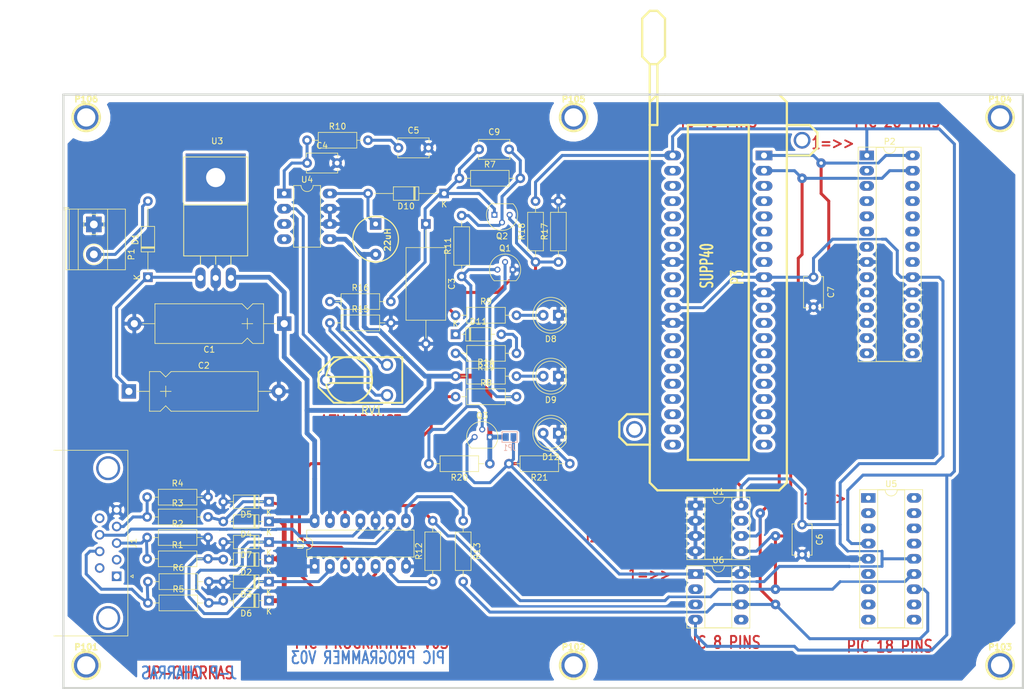
<source format=kicad_pcb>
(kicad_pcb (version 20171130) (host pcbnew "(2017-12-07 revision bfc3804)-master")
  (title_block (title "SERIAL PIC PROGRAMMER"))
  (layers (0 Composant signal) (31 Cuivre signal) (34 B.Paste user) (35 F.Paste user) (36 B.SilkS user) (37 F.SilkS user) (38 B.Mask user) (39 F.Mask user) (44 Edge.Cuts user))
  (net 0 "")
  (net 1 /CTS)
  (net 2 /DTR)
  (net 3 /PC-CLOCK-OUT)
  (net 4 /TXD)
  (net 5 GND)
  (net 6 "Net-(C2-Pad1)")
  (net 7 "Net-(C4-Pad1)")
  (net 8 "Net-(C5-Pad1)")
  (net 9 "Net-(C9-Pad2)")
  (net 10 "Net-(D11-Pad1)")
  (net 11 "Net-(D11-Pad2)")
  (net 12 "Net-(Q1-Pad2)")
  (net 13 "Net-(Q2-Pad3)")
  (net 14 "Net-(Q3-Pad2)")
  (net 15 "Net-(R12-Pad1)")
  (net 16 "Net-(R13-Pad1)")
  (net 17 "Net-(R15-Pad1)")
  (net 18 "Net-(R16-Pad1)")
  (net 19 "Net-(R8-Pad1)")
  (net 20 "Net-(RV1-Pad2)")
  (net 21 VCC)
  (net 22 VPP)
  (net 23 /pic_sockets/VCC_PIC)
  (net 24 "Net-(D1-Pad2)")
  (net 25 "Net-(D4-Pad2)")
  (net 26 "Net-(D8-Pad2)")
  (net 27 "Net-(D9-Pad2)")
  (net 28 "Net-(D12-Pad2)")
  (net 29 /VPP/MCLR)
  (net 30 /CLOCK-RB6)
  (net 31 /DATA-RB7)
  (net 32 "Net-(D2-Pad2)")
  (net 33 "Net-(D6-Pad2)")
  (net 34 "Net-(D10-Pad2)")
  (net 35 "Net-(P3-Pad2)")
  (net 36 "Net-(P3-Pad3)")
  (net 37 "Net-(P3-Pad4)")
  (net 38 "Net-(P3-Pad5)")
  (net 39 "Net-(P3-Pad6)")
  (net 40 "Net-(P3-Pad7)")
  (net 41 "Net-(P3-Pad9)")
  (net 42 "Net-(P3-Pad10)")
  (net 43 "Net-(P3-Pad13)")
  (net 44 "Net-(P3-Pad14)")
  (net 45 "Net-(P3-Pad15)")
  (net 46 "Net-(P3-Pad16)")
  (net 47 "Net-(P3-Pad17)")
  (net 48 "Net-(P3-Pad18)")
  (net 49 "Net-(P3-Pad19)")
  (net 50 "Net-(P3-Pad20)")
  (net 51 "Net-(P3-Pad21)")
  (net 52 "Net-(P3-Pad22)")
  (net 53 "Net-(P3-Pad23)")
  (net 54 "Net-(P3-Pad24)")
  (net 55 "Net-(P3-Pad25)")
  (net 56 "Net-(P3-Pad26)")
  (net 57 "Net-(P3-Pad27)")
  (net 58 "Net-(P3-Pad28)")
  (net 59 "Net-(P3-Pad29)")
  (net 60 "Net-(P3-Pad30)")
  (net 61 "Net-(P3-Pad33)")
  (net 62 "Net-(P3-Pad34)")
  (net 63 "Net-(P3-Pad35)")
  (net 64 "Net-(P3-Pad36)")
  (net 65 "Net-(P3-Pad37)")
  (net 66 "Net-(P3-Pad38)")
  (net 67 "Net-(P104-Pad1)")
  (net 68 "Net-(P103-Pad1)")
  (net 69 "Net-(P102-Pad1)")
  (net 70 "Net-(P101-Pad1)")
  (net 71 "Net-(P106-Pad1)")
  (net 72 "Net-(P105-Pad1)")
  (net 73 "Net-(J1-Pad1)")
  (net 74 "Net-(J1-Pad2)")
  (net 75 "Net-(J1-Pad6)")
  (net 76 "Net-(J1-Pad9)")
  (net 77 "Net-(U6-Pad5)")
  (net 78 "Net-(U6-Pad2)")
  (net 79 "Net-(U6-Pad3)")
  (net 80 "Net-(U1-Pad7)")
  (net 81 "Net-(U4-Pad3)")
  (net 82 "Net-(U4-Pad4)")
  (net 83 "Net-(P2-Pad15)")
  (net 84 "Net-(P2-Pad2)")
  (net 85 "Net-(P2-Pad16)")
  (net 86 "Net-(P2-Pad3)")
  (net 87 "Net-(P2-Pad17)")
  (net 88 "Net-(P2-Pad4)")
  (net 89 "Net-(P2-Pad18)")
  (net 90 "Net-(P2-Pad5)")
  (net 91 "Net-(P2-Pad6)")
  (net 92 "Net-(P2-Pad7)")
  (net 93 "Net-(P2-Pad21)")
  (net 94 "Net-(P2-Pad22)")
  (net 95 "Net-(P2-Pad9)")
  (net 96 "Net-(P2-Pad23)")
  (net 97 "Net-(P2-Pad10)")
  (net 98 "Net-(P2-Pad24)")
  (net 99 "Net-(P2-Pad11)")
  (net 100 "Net-(P2-Pad25)")
  (net 101 "Net-(P2-Pad12)")
  (net 102 "Net-(P2-Pad26)")
  (net 103 "Net-(P2-Pad13)")
  (net 104 "Net-(P2-Pad14)")
  (net 105 "Net-(U5-Pad1)")
  (net 106 "Net-(U5-Pad10)")
  (net 107 "Net-(U5-Pad2)")
  (net 108 "Net-(U5-Pad11)")
  (net 109 "Net-(U5-Pad3)")
  (net 110 "Net-(U5-Pad6)")
  (net 111 "Net-(U5-Pad15)")
  (net 112 "Net-(U5-Pad7)")
  (net 113 "Net-(U5-Pad16)")
  (net 114 "Net-(U5-Pad8)")
  (net 115 "Net-(U5-Pad17)")
  (net 116 "Net-(U5-Pad9)")
  (net 117 "Net-(U5-Pad18)")
  (module 40tex-Ell600 (layer Composant) (at 182.88 74.93 270)
    (fp_text reference P3 (at -3.81 -3.175 270) (layer F.SilkS) (effects (font (size 2.032 1.27) (thickness 0.3048))))
    (fp_text value SUPP40 (at -5.715 1.905 270) (layer F.SilkS) (effects (font (size 2.032 1.27) (thickness 0.3048))))
    (pad 1 thru_hole oval (at -24.13 7.62 270) (size 1.6 2.8) (drill 1) (layers *.Cu *.Mask) (net 29 /VPP/MCLR))
    (pad 2 thru_hole oval (at -21.59 7.62 270) (size 1.6 2.8) (drill 1) (layers *.Cu *.Mask) (net 35 "Net-(P3-Pad2)"))
    (pad 3 thru_hole oval (at -19.05 7.62 270) (size 1.6 2.8) (drill 1) (layers *.Cu *.Mask) (net 36 "Net-(P3-Pad3)"))
    (pad 4 thru_hole oval (at -16.51 7.62 270) (size 1.6 2.8) (drill 1) (layers *.Cu *.Mask) (net 37 "Net-(P3-Pad4)"))
    (pad 5 thru_hole oval (at -13.97 7.62 270) (size 1.6 2.8) (drill 1) (layers *.Cu *.Mask) (net 38 "Net-(P3-Pad5)"))
    (pad 6 thru_hole oval (at -11.43 7.62 270) (size 1.6 2.8) (drill 1) (layers *.Cu *.Mask) (net 39 "Net-(P3-Pad6)"))
    (pad 7 thru_hole oval (at -8.89 7.62 270) (size 1.6 2.8) (drill 1) (layers *.Cu *.Mask) (net 40 "Net-(P3-Pad7)"))
    (pad 8 thru_hole oval (at -6.35 7.62 270) (size 1.6 2.8) (drill 1) (layers *.Cu *.Mask) (net 5 GND))
    (pad 9 thru_hole oval (at -3.81 7.62 270) (size 1.6 2.8) (drill 1) (layers *.Cu *.Mask) (net 41 "Net-(P3-Pad9)"))
    (pad 10 thru_hole oval (at -1.27 7.62 270) (size 1.6 2.8) (drill 1) (layers *.Cu *.Mask) (net 42 "Net-(P3-Pad10)"))
    (pad 11 thru_hole oval (at 1.27 7.62 270) (size 1.6 2.8) (drill 1) (layers *.Cu *.Mask) (net 23 /pic_sockets/VCC_PIC))
    (pad 12 thru_hole oval (at 3.81 7.62 270) (size 1.6 2.8) (drill 1) (layers *.Cu *.Mask) (net 5 GND))
    (pad 13 thru_hole oval (at 6.35 7.62 270) (size 1.6 2.8) (drill 1) (layers *.Cu *.Mask) (net 43 "Net-(P3-Pad13)"))
    (pad 14 thru_hole oval (at 8.89 7.62 270) (size 1.6 2.8) (drill 1) (layers *.Cu *.Mask) (net 44 "Net-(P3-Pad14)"))
    (pad 15 thru_hole oval (at 11.43 7.62 270) (size 1.6 2.8) (drill 1) (layers *.Cu *.Mask) (net 45 "Net-(P3-Pad15)"))
    (pad 16 thru_hole oval (at 13.97 7.62 270) (size 1.6 2.8) (drill 1) (layers *.Cu *.Mask) (net 46 "Net-(P3-Pad16)"))
    (pad 17 thru_hole oval (at 16.51 7.62 270) (size 1.6 2.8) (drill 1) (layers *.Cu *.Mask) (net 47 "Net-(P3-Pad17)"))
    (pad 18 thru_hole oval (at 19.05 7.62 270) (size 1.6 2.8) (drill 1) (layers *.Cu *.Mask) (net 48 "Net-(P3-Pad18)"))
    (pad 19 thru_hole oval (at 21.59 7.62 270) (size 1.6 2.8) (drill 1) (layers *.Cu *.Mask) (net 49 "Net-(P3-Pad19)"))
    (pad 20 thru_hole oval (at 24.13 7.62 270) (size 1.6 2.8) (drill 1) (layers *.Cu *.Mask) (net 50 "Net-(P3-Pad20)"))
    (pad 21 thru_hole oval (at 24.13 -7.62 270) (size 1.6 2.8) (drill 1) (layers *.Cu *.Mask) (net 51 "Net-(P3-Pad21)"))
    (pad 22 thru_hole oval (at 21.59 -7.62 270) (size 1.6 2.8) (drill 1) (layers *.Cu *.Mask) (net 52 "Net-(P3-Pad22)"))
    (pad 23 thru_hole oval (at 19.05 -7.62 270) (size 1.6 2.8) (drill 1) (layers *.Cu *.Mask) (net 53 "Net-(P3-Pad23)"))
    (pad 24 thru_hole oval (at 16.51 -7.62 270) (size 1.6 2.8) (drill 1) (layers *.Cu *.Mask) (net 54 "Net-(P3-Pad24)"))
    (pad 25 thru_hole oval (at 13.97 -7.62 270) (size 1.6 2.8) (drill 1) (layers *.Cu *.Mask) (net 55 "Net-(P3-Pad25)"))
    (pad 26 thru_hole oval (at 11.43 -7.62 270) (size 1.6 2.8) (drill 1) (layers *.Cu *.Mask) (net 56 "Net-(P3-Pad26)"))
    (pad 27 thru_hole oval (at 8.89 -7.62 270) (size 1.6 2.8) (drill 1) (layers *.Cu *.Mask) (net 57 "Net-(P3-Pad27)"))
    (pad 28 thru_hole oval (at 6.35 -7.62 270) (size 1.6 2.8) (drill 1) (layers *.Cu *.Mask) (net 58 "Net-(P3-Pad28)"))
    (pad 29 thru_hole oval (at 3.81 -7.62 270) (size 1.6 2.8) (drill 1) (layers *.Cu *.Mask) (net 59 "Net-(P3-Pad29)"))
    (pad 30 thru_hole oval (at 1.27 -7.62 270) (size 1.6 2.8) (drill 1) (layers *.Cu *.Mask) (net 60 "Net-(P3-Pad30)"))
    (pad 31 thru_hole oval (at -1.27 -7.62 270) (size 1.6 2.8) (drill 1) (layers *.Cu *.Mask) (net 5 GND))
    (pad 32 thru_hole oval (at -3.81 -7.62 270) (size 1.6 2.8) (drill 1) (layers *.Cu *.Mask) (net 23 /pic_sockets/VCC_PIC))
    (pad 33 thru_hole oval (at -6.35 -7.62 270) (size 1.6 2.8) (drill 1) (layers *.Cu *.Mask) (net 61 "Net-(P3-Pad33)"))
    (pad 34 thru_hole oval (at -8.89 -7.62 270) (size 1.6 2.8) (drill 1) (layers *.Cu *.Mask) (net 62 "Net-(P3-Pad34)"))
    (pad 35 thru_hole oval (at -11.43 -7.62 270) (size 1.6 2.8) (drill 1) (layers *.Cu *.Mask) (net 63 "Net-(P3-Pad35)"))
    (pad 36 thru_hole oval (at -13.97 -7.62 270) (size 1.6 2.8) (drill 1) (layers *.Cu *.Mask) (net 64 "Net-(P3-Pad36)"))
    (pad 37 thru_hole oval (at -16.51 -7.62 270) (size 1.6 2.8) (drill 1) (layers *.Cu *.Mask) (net 65 "Net-(P3-Pad37)"))
    (pad 38 thru_hole oval (at -19.05 -7.62 270) (size 1.6 2.8) (drill 1) (layers *.Cu *.Mask) (net 66 "Net-(P3-Pad38)"))
    (pad 39 thru_hole oval (at -21.59 -7.62 270) (size 1.6 2.8) (drill 1) (layers *.Cu *.Mask) (net 30 /CLOCK-RB6))
    (pad 40 thru_hole rect (at -24.13 -7.62 270) (size 1.6 2.8) (drill 1) (layers *.Cu *.Mask) (net 31 /DATA-RB7))
    (pad HOLE thru_hole circle (at -26.67 -13.97 270) (size 2.8 2.8) (drill 2) (layers *.Cu *.Mask))
    (pad HOLE thru_hole circle (at 21.59 13.97 270) (size 2.8 2.8) (drill 2) (layers *.Cu *.Mask))
  )
  (module footprints:RV2X4 (layer Composant) (at 122.555 88.265 180)
    (fp_text reference RV1 (at -2.54 -5.08 180) (layer F.SilkS) (effects (font (size 1.397 1.27) (thickness 0.2032))))
    (fp_text value 1K)
    (pad 1 thru_hole circle (at -5.08 -2.54 180) (size 2.032 2.032) (drill 1.27) (layers *.Cu *.Mask) (net 17 "Net-(R15-Pad1)"))
    (pad 2 thru_hole circle (at 5.08 0 180) (size 2.032 2.032) (drill 1.27) (layers *.Cu *.Mask) (net 20 "Net-(RV1-Pad2)"))
    (pad 3 thru_hole circle (at -5.08 2.54 180) (size 2.032 2.032) (drill 1.27) (layers *.Cu *.Mask) (net 18 "Net-(R16-Pad1)"))
  )
  (module footprints:INDUCTOR_V (layer Composant) (at 125.73 64.77 270)
    (fp_text reference L1)
    (fp_text value 22uH (at 0.09906 -1.99898 270) (layer F.SilkS) (effects (font (size 1.00076 1.00076) (thickness 0.2032))))
    (pad 2 thru_hole circle (at 2.54 0 270) (size 1.905 1.905) (drill 0.8128) (layers *.Cu *.Mask) (net 21 VCC))
    (pad 1 thru_hole rect (at -2.54 0 270) (size 1.905 1.905) (drill 0.8128) (layers *.Cu *.Mask) (net 34 "Net-(D10-Pad2)"))
  )
  (module connect:GS2 (layer Cuivre) (at 148.082 97.79 270)
    (fp_text reference JP1 (at 1.778 0 180) (layer B.SilkS) (effects (font (size 1.016 0.762) (thickness 0.127)) (justify mirror)))
    (fp_text value JUMPER hide)
    (pad 1 smd rect (at 0 0.635 270) (size 1.27 0.9652) (layers Cuivre B.Paste B.Mask) (net 21 VCC))
    (pad 2 smd rect (at 0 -0.635 270) (size 1.27 0.9652) (layers Cuivre B.Paste B.Mask) (net 23 /pic_sockets/VCC_PIC))
  )
  (module footprints:1pin-4 (layer Composant) (at 229.87 44.45)
    (fp_text reference P104 (at 0 -3.048) (layer F.SilkS) (effects (font (size 1.016 1.016) (thickness 0.254))))
    (fp_text value CONN_1 hide)
    (pad 1 thru_hole circle (at 0 0) (size 4.064 4.064) (drill 3.048) (layers *.Cu *.Mask) (net 67 "Net-(P104-Pad1)") (clearance 2))
  )
  (module footprints:1pin-4 (layer Composant) (at 77.47 135.89)
    (fp_text reference P101 (at 0 -3.048) (layer F.SilkS) (effects (font (size 1.016 1.016) (thickness 0.254))))
    (fp_text value CONN_1 hide)
    (pad 1 thru_hole circle (at 0 0) (size 4.064 4.064) (drill 3.048) (layers *.Cu *.Mask) (net 70 "Net-(P101-Pad1)") (clearance 2))
  )
  (module footprints:1pin-4 (layer Composant) (at 158.75 135.89)
    (fp_text reference P102 (at 0 -3.048) (layer F.SilkS) (effects (font (size 1.016 1.016) (thickness 0.254))))
    (fp_text value CONN_1 hide)
    (pad 1 thru_hole circle (at 0 0) (size 4.064 4.064) (drill 3.048) (layers *.Cu *.Mask) (net 69 "Net-(P102-Pad1)") (clearance 2))
  )
  (module footprints:1pin-4 (layer Composant) (at 229.87 135.89)
    (fp_text reference P103 (at 0 -3.048) (layer F.SilkS) (effects (font (size 1.016 1.016) (thickness 0.254))))
    (fp_text value CONN_1 hide)
    (pad 1 thru_hole circle (at 0 0) (size 4.064 4.064) (drill 3.048) (layers *.Cu *.Mask) (net 68 "Net-(P103-Pad1)") (clearance 2))
  )
  (module footprints:1pin-4 (layer Composant) (at 158.75 44.45)
    (fp_text reference P105 (at 0 -3.048) (layer F.SilkS) (effects (font (size 1.016 1.016) (thickness 0.254))))
    (fp_text value CONN_1 hide)
    (pad 1 thru_hole circle (at 0 0) (size 4.064 4.064) (drill 3.048) (layers *.Cu *.Mask) (net 72 "Net-(P105-Pad1)") (clearance 2))
  )
  (module footprints:1pin-4 (layer Composant) (at 77.47 44.45)
    (fp_text reference P106 (at 0 -3.048) (layer F.SilkS) (effects (font (size 1.016 1.016) (thickness 0.254))))
    (fp_text value CONN_1 hide)
    (pad 1 thru_hole circle (at 0 0) (size 4.064 4.064) (drill 3.048) (layers *.Cu *.Mask) (net 71 "Net-(P106-Pad1)") (clearance 2))
  )
  (module TerminalBlock_Phoenix:TerminalBlock_Phoenix_MKDS-1,5-2_1x02_P5.00mm_Horizontal (layer Composant) (at 78.74 64.81 270)
    (fp_text reference P1 (at 2.5 -6.26 270) (layer F.SilkS))
    (fp_text value CONN_2)
    (pad 1 thru_hole rect (at -2.5 0 270) (size 2.6 2.6) (drill 1.3) (layers *.Cu *.Mask) (net 5 GND))
    (pad 2 thru_hole circle (at 2.5 0 270) (size 2.6 2.6) (drill 1.3) (layers *.Cu *.Mask) (net 24 "Net-(D1-Pad2)"))
  )
  (module Capacitors_THT:CP_Axial_L18.0mm_D6.5mm_P25.00mm_Horizontal (layer Composant) (at 84.582 90.17)
    (fp_text reference C2 (at 12.5 -4.31) (layer F.SilkS))
    (fp_text value 220uF)
    (pad 2 thru_hole oval (at 25 0) (size 2.4 2.4) (drill 1.2) (layers *.Cu *.Mask) (net 5 GND))
    (pad 1 thru_hole rect (at 0 0) (size 2.4 2.4) (drill 1.2) (layers *.Cu *.Mask) (net 6 "Net-(C2-Pad1)"))
  )
  (module Capacitors_THT:CP_Axial_L18.0mm_D6.5mm_P25.00mm_Horizontal (layer Composant) (at 110.49 78.867 180)
    (fp_text reference C1 (at 12.5 -4.31 180) (layer F.SilkS))
    (fp_text value 100µF)
    (pad 1 thru_hole rect (at 0 0 180) (size 2.4 2.4) (drill 1.2) (layers *.Cu *.Mask) (net 21 VCC))
    (pad 2 thru_hole oval (at 25 0 180) (size 2.4 2.4) (drill 1.2) (layers *.Cu *.Mask) (net 5 GND))
  )
  (module Capacitors_THT:C_Axial_L12.0mm_D6.5mm_P20.00mm_Horizontal (layer Composant) (at 134.112 62.23 270)
    (fp_text reference C3 (at 10 -4.31 270) (layer F.SilkS))
    (fp_text value 22uF/25V)
    (pad 2 thru_hole oval (at 20 0 270) (size 1.6 1.6) (drill 0.8) (layers *.Cu *.Mask) (net 5 GND))
    (pad 1 thru_hole rect (at 0 0 270) (size 1.6 1.6) (drill 0.8) (layers *.Cu *.Mask) (net 22 VPP))
  )
  (module Diode_THT:D_DO-35_SOD27_P12.70mm_Horizontal (layer Composant) (at 137.16 57.15 180)
    (fp_text reference D10 (at 6.35 -2.12 180) (layer F.SilkS))
    (fp_text value SCHOTTKY)
    (fp_text user K (at 0 -1.8 180) (layer F.SilkS))
    (pad 2 thru_hole oval (at 12.7 0 180) (size 1.6 1.6) (drill 0.8) (layers *.Cu *.Mask) (net 34 "Net-(D10-Pad2)"))
    (pad 1 thru_hole rect (at 0 0 180) (size 1.6 1.6) (drill 0.8) (layers *.Cu *.Mask) (net 22 VPP))
  )
  (module Diode_THT:D_DO-35_SOD27_P12.70mm_Horizontal (layer Composant) (at 87.757 71.12 90)
    (fp_text reference D1 (at 6.35 -2.12 90) (layer F.SilkS))
    (fp_text value 1N4004)
    (fp_text user K (at 0 -1.8 90) (layer F.SilkS))
    (pad 1 thru_hole rect (at 0 0 90) (size 1.6 1.6) (drill 0.8) (layers *.Cu *.Mask) (net 6 "Net-(C2-Pad1)"))
    (pad 2 thru_hole oval (at 12.7 0 90) (size 1.6 1.6) (drill 0.8) (layers *.Cu *.Mask) (net 24 "Net-(D1-Pad2)"))
  )
  (module C_Disc_D5.1mm_W3.2mm_P5.00mm (layer Composant) (at 143.002 49.784)
    (fp_text reference C9 (at 2.5 -2.91) (layer F.SilkS))
    (fp_text value 220nF)
    (pad 1 thru_hole circle (at 0 0) (size 1.6 1.6) (drill 0.8) (layers *.Cu *.Mask) (net 22 VPP))
    (pad 2 thru_hole circle (at 5 0) (size 1.6 1.6) (drill 0.8) (layers *.Cu *.Mask) (net 9 "Net-(C9-Pad2)"))
  )
  (module C_Disc_D5.1mm_W3.2mm_P5.00mm (layer Composant) (at 198.755 71.12 270)
    (fp_text reference C7 (at 2.5 -2.91 270) (layer F.SilkS))
    (fp_text value 100nF)
    (pad 2 thru_hole circle (at 5 0 270) (size 1.6 1.6) (drill 0.8) (layers *.Cu *.Mask) (net 5 GND))
    (pad 1 thru_hole circle (at 0 0 270) (size 1.6 1.6) (drill 0.8) (layers *.Cu *.Mask) (net 23 /pic_sockets/VCC_PIC))
  )
  (module C_Disc_D5.1mm_W3.2mm_P5.00mm (layer Composant) (at 196.85 112.395 270)
    (fp_text reference C6 (at 2.5 -2.91 270) (layer F.SilkS))
    (fp_text value 100nF)
    (pad 1 thru_hole circle (at 0 0 270) (size 1.6 1.6) (drill 0.8) (layers *.Cu *.Mask) (net 23 /pic_sockets/VCC_PIC))
    (pad 2 thru_hole circle (at 5 0 270) (size 1.6 1.6) (drill 0.8) (layers *.Cu *.Mask) (net 5 GND))
  )
  (module C_Disc_D5.1mm_W3.2mm_P5.00mm (layer Composant) (at 129.54 49.53)
    (fp_text reference C5 (at 2.5 -2.91) (layer F.SilkS))
    (fp_text value 10nF)
    (pad 2 thru_hole circle (at 5 0) (size 1.6 1.6) (drill 0.8) (layers *.Cu *.Mask) (net 5 GND))
    (pad 1 thru_hole circle (at 0 0) (size 1.6 1.6) (drill 0.8) (layers *.Cu *.Mask) (net 8 "Net-(C5-Pad1)"))
  )
  (module C_Disc_D5.1mm_W3.2mm_P5.00mm (layer Composant) (at 114.3 52.07)
    (fp_text reference C4 (at 2.5 -2.91) (layer F.SilkS))
    (fp_text value 0)
    (pad 1 thru_hole circle (at 0 0) (size 1.6 1.6) (drill 0.8) (layers *.Cu *.Mask) (net 7 "Net-(C4-Pad1)"))
    (pad 2 thru_hole circle (at 5 0) (size 1.6 1.6) (drill 0.8) (layers *.Cu *.Mask) (net 5 GND))
  )
  (module footprints:LED_D5.0mm (layer Composant) (at 156.21 97.155 180)
    (fp_text reference D12 (at 1.27 -3.96 180) (layer F.SilkS))
    (fp_text value YELLOW-LED)
    (pad 1 thru_hole rect (at 0 0 180) (size 1.8 1.8) (drill 0.9) (layers *.Cu *.Mask) (net 5 GND))
    (pad 2 thru_hole circle (at 2.54 0 180) (size 1.8 1.8) (drill 0.9) (layers *.Cu *.Mask) (net 28 "Net-(D12-Pad2)"))
  )
  (module footprints:LED_D5.0mm (layer Composant) (at 156.21 87.63 180)
    (fp_text reference D9 (at 1.27 -3.96 180) (layer F.SilkS))
    (fp_text value GREEN-LED)
    (pad 2 thru_hole circle (at 2.54 0 180) (size 1.8 1.8) (drill 0.9) (layers *.Cu *.Mask) (net 27 "Net-(D9-Pad2)"))
    (pad 1 thru_hole rect (at 0 0 180) (size 1.8 1.8) (drill 0.9) (layers *.Cu *.Mask) (net 5 GND))
  )
  (module footprints:LED_D5.0mm (layer Composant) (at 156.21 77.47 180)
    (fp_text reference D8 (at 1.27 -3.96 180) (layer F.SilkS))
    (fp_text value RED-LED)
    (pad 1 thru_hole rect (at 0 0 180) (size 1.8 1.8) (drill 0.9) (layers *.Cu *.Mask) (net 5 GND))
    (pad 2 thru_hole circle (at 2.54 0 180) (size 1.8 1.8) (drill 0.9) (layers *.Cu *.Mask) (net 26 "Net-(D8-Pad2)"))
  )
  (module footprints:TO-220_LM78xx (layer Composant) (at 99.06 71.247)
    (fp_text reference U3 (at 0.24892 -22.84984) (layer F.SilkS))
    (fp_text value 7805)
    (pad GND thru_hole oval (at 0 0 90) (size 3.50012 1.69926) (drill 1.00076) (layers *.Cu *.Mask) (net 5 GND))
    (pad VI thru_hole oval (at -2.54 0 90) (size 3.50012 1.69926) (drill 1.00076) (layers *.Cu *.Mask) (net 6 "Net-(C2-Pad1)"))
    (pad VO thru_hole oval (at 2.54 0 270) (size 3.50012 1.69926) (drill 1.00076) (layers *.Cu *.Mask) (net 21 VCC))
    (pad "" thru_hole rect (at 0 -16.764) (size 10 8) (drill 3.2) (layers *.Cu *.Mask))
  )
  (module footprints:TO-92_BC237_307 (layer Composant) (at 148.082 60.706 180)
    (fp_text reference Q2 (at 1.27 -3.56 180) (layer F.SilkS))
    (fp_text value BC307)
    (pad 3 thru_hole circle (at 0 0 270) (size 1 1) (drill 0.6) (layers *.Cu *.Mask) (net 13 "Net-(Q2-Pad3)"))
    (pad 1 thru_hole rect (at 2.54 0 270) (size 1 1) (drill 0.6) (layers *.Cu *.Mask) (net 22 VPP))
    (pad 2 thru_hole circle (at 1.27 -1.27 270) (size 1 1) (drill 0.6) (layers *.Cu *.Mask) (net 9 "Net-(C9-Pad2)"))
  )
  (module footprints:TO-92_BC237_307 (layer Composant) (at 146.05 69.85)
    (fp_text reference Q1 (at 1.27 -3.56) (layer F.SilkS))
    (fp_text value BC237)
    (pad 3 thru_hole circle (at 0 0 90) (size 1 1) (drill 0.6) (layers *.Cu *.Mask) (net 10 "Net-(D11-Pad1)"))
    (pad 1 thru_hole rect (at 2.54 0 90) (size 1 1) (drill 0.6) (layers *.Cu *.Mask) (net 5 GND))
    (pad 2 thru_hole circle (at 1.27 -1.27 90) (size 1 1) (drill 0.6) (layers *.Cu *.Mask) (net 12 "Net-(Q1-Pad2)"))
  )
  (module footprints:TO-92_BC237_307 (layer Composant) (at 142.24 97.79)
    (fp_text reference Q3 (at 1.27 -3.56) (layer F.SilkS))
    (fp_text value BC307)
    (pad 3 thru_hole circle (at 0 0 90) (size 1 1) (drill 0.6) (layers *.Cu *.Mask) (net 23 /pic_sockets/VCC_PIC))
    (pad 1 thru_hole rect (at 2.54 0 90) (size 1 1) (drill 0.6) (layers *.Cu *.Mask) (net 21 VCC))
    (pad 2 thru_hole circle (at 1.27 -1.27 90) (size 1 1) (drill 0.6) (layers *.Cu *.Mask) (net 14 "Net-(Q3-Pad2)"))
  )
  (module Connector_Dsub:DSUB-9_Female_Horizontal_P2.77x2.84mm_EdgePinOffset7.70mm_Housed_MountingHolesOffset9.12mm (layer Composant) (at 82.55 121.031 270)
    (fp_text reference J1 (at -5.54 -2.8 270) (layer F.SilkS))
    (fp_text value DB9-FEMAL)
    (pad 1 thru_hole rect (at 0 0 270) (size 1.6 1.6) (drill 1) (layers *.Cu *.Mask) (net 73 "Net-(J1-Pad1)"))
    (pad 2 thru_hole circle (at -2.77 0 270) (size 1.6 1.6) (drill 1) (layers *.Cu *.Mask) (net 74 "Net-(J1-Pad2)"))
    (pad 3 thru_hole circle (at -5.54 0 270) (size 1.6 1.6) (drill 1) (layers *.Cu *.Mask) (net 4 /TXD))
    (pad 4 thru_hole circle (at -8.31 0 270) (size 1.6 1.6) (drill 1) (layers *.Cu *.Mask) (net 2 /DTR))
    (pad 5 thru_hole circle (at -11.08 0 270) (size 1.6 1.6) (drill 1) (layers *.Cu *.Mask) (net 5 GND))
    (pad 6 thru_hole circle (at -1.385 2.84 270) (size 1.6 1.6) (drill 1) (layers *.Cu *.Mask) (net 75 "Net-(J1-Pad6)"))
    (pad 7 thru_hole circle (at -4.155 2.84 270) (size 1.6 1.6) (drill 1) (layers *.Cu *.Mask) (net 3 /PC-CLOCK-OUT))
    (pad 8 thru_hole circle (at -6.925 2.84 270) (size 1.6 1.6) (drill 1) (layers *.Cu *.Mask) (net 1 /CTS))
    (pad 9 thru_hole circle (at -9.695 2.84 270) (size 1.6 1.6) (drill 1) (layers *.Cu *.Mask) (net 76 "Net-(J1-Pad9)"))
    (pad 0 thru_hole circle (at -18.04 1.42 270) (size 4 4) (drill 3.2) (layers *.Cu *.Mask))
    (pad 0 thru_hole circle (at 6.96 1.42 270) (size 4 4) (drill 3.2) (layers *.Cu *.Mask))
  )
  (module Resistors_THT:R_Axial_DIN0207_L6.3mm_D2.5mm_P10.16mm_Horizontal (layer Composant) (at 135.255 121.92 90)
    (fp_text reference R12 (at 5.08 -2.31 90) (layer F.SilkS))
    (fp_text value 470)
    (pad 1 thru_hole circle (at 0 0 90) (size 1.6 1.6) (drill 0.8) (layers *.Cu *.Mask) (net 15 "Net-(R12-Pad1)"))
    (pad 2 thru_hole oval (at 10.16 0 90) (size 1.6 1.6) (drill 0.8) (layers *.Cu *.Mask) (net 31 /DATA-RB7))
  )
  (module Resistors_THT:R_Axial_DIN0207_L6.3mm_D2.5mm_P10.16mm_Horizontal (layer Composant) (at 139.065 91.059)
    (fp_text reference R8 (at 5.08 -2.31) (layer F.SilkS))
    (fp_text value 1K)
    (pad 2 thru_hole oval (at 10.16 0) (size 1.6 1.6) (drill 0.8) (layers *.Cu *.Mask) (net 12 "Net-(Q1-Pad2)"))
    (pad 1 thru_hole circle (at 0 0) (size 1.6 1.6) (drill 0.8) (layers *.Cu *.Mask) (net 19 "Net-(R8-Pad1)"))
  )
  (module Resistors_THT:R_Axial_DIN0207_L6.3mm_D2.5mm_P10.16mm_Horizontal (layer Composant) (at 140.335 111.76 270)
    (fp_text reference R13 (at 5.08 -2.31 270) (layer F.SilkS))
    (fp_text value 470)
    (pad 1 thru_hole circle (at 0 0 270) (size 1.6 1.6) (drill 0.8) (layers *.Cu *.Mask) (net 16 "Net-(R13-Pad1)"))
    (pad 2 thru_hole oval (at 10.16 0 270) (size 1.6 1.6) (drill 0.8) (layers *.Cu *.Mask) (net 30 /CLOCK-RB6))
  )
  (module Resistors_THT:R_Axial_DIN0207_L6.3mm_D2.5mm_P10.16mm_Horizontal (layer Composant) (at 139.065 87.63)
    (fp_text reference R14 (at 5.08 -2.31) (layer F.SilkS))
    (fp_text value 470)
    (pad 2 thru_hole oval (at 10.16 0) (size 1.6 1.6) (drill 0.8) (layers *.Cu *.Mask) (net 27 "Net-(D9-Pad2)"))
    (pad 1 thru_hole circle (at 0 0) (size 1.6 1.6) (drill 0.8) (layers *.Cu *.Mask) (net 21 VCC))
  )
  (module Resistors_THT:R_Axial_DIN0207_L6.3mm_D2.5mm_P10.16mm_Horizontal (layer Composant) (at 118.11 78.74)
    (fp_text reference R15 (at 5.08 -2.31) (layer F.SilkS))
    (fp_text value 6.2K)
    (pad 1 thru_hole circle (at 0 0) (size 1.6 1.6) (drill 0.8) (layers *.Cu *.Mask) (net 17 "Net-(R15-Pad1)"))
    (pad 2 thru_hole oval (at 10.16 0) (size 1.6 1.6) (drill 0.8) (layers *.Cu *.Mask) (net 5 GND))
  )
  (module Resistors_THT:R_Axial_DIN0207_L6.3mm_D2.5mm_P10.16mm_Horizontal (layer Composant) (at 118.11 75.184)
    (fp_text reference R16 (at 5.08 -2.31) (layer F.SilkS))
    (fp_text value 62K)
    (pad 2 thru_hole oval (at 10.16 0) (size 1.6 1.6) (drill 0.8) (layers *.Cu *.Mask) (net 22 VPP))
    (pad 1 thru_hole circle (at 0 0) (size 1.6 1.6) (drill 0.8) (layers *.Cu *.Mask) (net 18 "Net-(R16-Pad1)"))
  )
  (module Resistors_THT:R_Axial_DIN0207_L6.3mm_D2.5mm_P10.16mm_Horizontal (layer Composant) (at 156.21 68.58 90)
    (fp_text reference R17 (at 5.08 -2.31 90) (layer F.SilkS))
    (fp_text value 22K)
    (pad 1 thru_hole circle (at 0 0 90) (size 1.6 1.6) (drill 0.8) (layers *.Cu *.Mask) (net 13 "Net-(Q2-Pad3)"))
    (pad 2 thru_hole oval (at 10.16 0 90) (size 1.6 1.6) (drill 0.8) (layers *.Cu *.Mask) (net 5 GND))
  )
  (module Resistors_THT:R_Axial_DIN0207_L6.3mm_D2.5mm_P10.16mm_Horizontal (layer Composant) (at 149.225 83.82 180)
    (fp_text reference R19 (at 5.08 -2.31 180) (layer F.SilkS))
    (fp_text value 2.2K)
    (pad 2 thru_hole oval (at 10.16 0 180) (size 1.6 1.6) (drill 0.8) (layers *.Cu *.Mask) (net 14 "Net-(Q3-Pad2)"))
    (pad 1 thru_hole circle (at 0 0 180) (size 1.6 1.6) (drill 0.8) (layers *.Cu *.Mask) (net 11 "Net-(D11-Pad2)"))
  )
  (module Resistors_THT:R_Axial_DIN0207_L6.3mm_D2.5mm_P10.16mm_Horizontal (layer Composant) (at 144.78 102.235 180)
    (fp_text reference R20 (at 5.08 -2.31 180) (layer F.SilkS))
    (fp_text value 2.2K)
    (pad 1 thru_hole circle (at 0 0 180) (size 1.6 1.6) (drill 0.8) (layers *.Cu *.Mask) (net 21 VCC))
    (pad 2 thru_hole oval (at 10.16 0 180) (size 1.6 1.6) (drill 0.8) (layers *.Cu *.Mask) (net 14 "Net-(Q3-Pad2)"))
  )
  (module Resistors_THT:R_Axial_DIN0207_L6.3mm_D2.5mm_P10.16mm_Horizontal (layer Composant) (at 158.115 102.235 180)
    (fp_text reference R21 (at 5.08 -2.31 180) (layer F.SilkS))
    (fp_text value 470)
    (pad 2 thru_hole oval (at 10.16 0 180) (size 1.6 1.6) (drill 0.8) (layers *.Cu *.Mask) (net 23 /pic_sockets/VCC_PIC))
    (pad 1 thru_hole circle (at 0 0 180) (size 1.6 1.6) (drill 0.8) (layers *.Cu *.Mask) (net 28 "Net-(D12-Pad2)"))
  )
  (module Resistors_THT:R_Axial_DIN0207_L6.3mm_D2.5mm_P10.16mm_Horizontal (layer Composant) (at 87.757 121.92)
    (fp_text reference R6 (at 5.08 -2.31) (layer F.SilkS))
    (fp_text value 10K)
    (pad 1 thru_hole circle (at 0 0) (size 1.6 1.6) (drill 0.8) (layers *.Cu *.Mask) (net 3 /PC-CLOCK-OUT))
    (pad 2 thru_hole oval (at 10.16 0) (size 1.6 1.6) (drill 0.8) (layers *.Cu *.Mask) (net 5 GND))
  )
  (module Resistors_THT:R_Axial_DIN0207_L6.3mm_D2.5mm_P10.16mm_Horizontal (layer Composant) (at 139.7 54.61)
    (fp_text reference R7 (at 5.08 -2.31) (layer F.SilkS))
    (fp_text value 10K)
    (pad 2 thru_hole oval (at 10.16 0) (size 1.6 1.6) (drill 0.8) (layers *.Cu *.Mask) (net 9 "Net-(C9-Pad2)"))
    (pad 1 thru_hole circle (at 0 0) (size 1.6 1.6) (drill 0.8) (layers *.Cu *.Mask) (net 22 VPP))
  )
  (module Resistors_THT:R_Axial_DIN0207_L6.3mm_D2.5mm_P10.16mm_Horizontal (layer Composant) (at 87.757 125.476)
    (fp_text reference R5 (at 5.08 -2.31) (layer F.SilkS))
    (fp_text value 10K)
    (pad 1 thru_hole circle (at 0 0) (size 1.6 1.6) (drill 0.8) (layers *.Cu *.Mask) (net 3 /PC-CLOCK-OUT))
    (pad 2 thru_hole oval (at 10.16 0) (size 1.6 1.6) (drill 0.8) (layers *.Cu *.Mask) (net 33 "Net-(D6-Pad2)"))
  )
  (module Resistors_THT:R_Axial_DIN0207_L6.3mm_D2.5mm_P10.16mm_Horizontal (layer Composant) (at 87.63 107.823)
    (fp_text reference R4 (at 5.08 -2.31) (layer F.SilkS))
    (fp_text value 10K)
    (pad 2 thru_hole oval (at 10.16 0) (size 1.6 1.6) (drill 0.8) (layers *.Cu *.Mask) (net 5 GND))
    (pad 1 thru_hole circle (at 0 0) (size 1.6 1.6) (drill 0.8) (layers *.Cu *.Mask) (net 2 /DTR))
  )
  (module Resistors_THT:R_Axial_DIN0207_L6.3mm_D2.5mm_P10.16mm_Horizontal (layer Composant) (at 87.63 111.125)
    (fp_text reference R3 (at 5.08 -2.31) (layer F.SilkS))
    (fp_text value 10K)
    (pad 1 thru_hole circle (at 0 0) (size 1.6 1.6) (drill 0.8) (layers *.Cu *.Mask) (net 2 /DTR))
    (pad 2 thru_hole oval (at 10.16 0) (size 1.6 1.6) (drill 0.8) (layers *.Cu *.Mask) (net 25 "Net-(D4-Pad2)"))
  )
  (module Resistors_THT:R_Axial_DIN0207_L6.3mm_D2.5mm_P10.16mm_Horizontal (layer Composant) (at 87.63 114.554)
    (fp_text reference R2 (at 5.08 -2.31) (layer F.SilkS))
    (fp_text value 10K)
    (pad 2 thru_hole oval (at 10.16 0) (size 1.6 1.6) (drill 0.8) (layers *.Cu *.Mask) (net 5 GND))
    (pad 1 thru_hole circle (at 0 0) (size 1.6 1.6) (drill 0.8) (layers *.Cu *.Mask) (net 4 /TXD))
  )
  (module Resistors_THT:R_Axial_DIN0207_L6.3mm_D2.5mm_P10.16mm_Horizontal (layer Composant) (at 87.63 118.11)
    (fp_text reference R1 (at 5.08 -2.31) (layer F.SilkS))
    (fp_text value 10K)
    (pad 1 thru_hole circle (at 0 0) (size 1.6 1.6) (drill 0.8) (layers *.Cu *.Mask) (net 4 /TXD))
    (pad 2 thru_hole oval (at 10.16 0) (size 1.6 1.6) (drill 0.8) (layers *.Cu *.Mask) (net 32 "Net-(D2-Pad2)"))
  )
  (module Resistors_THT:R_Axial_DIN0207_L6.3mm_D2.5mm_P10.16mm_Horizontal (layer Composant) (at 139.065 77.47)
    (fp_text reference R9 (at 5.08 -2.31) (layer F.SilkS))
    (fp_text value 2.2K)
    (pad 2 thru_hole oval (at 10.16 0) (size 1.6 1.6) (drill 0.8) (layers *.Cu *.Mask) (net 26 "Net-(D8-Pad2)"))
    (pad 1 thru_hole circle (at 0 0) (size 1.6 1.6) (drill 0.8) (layers *.Cu *.Mask) (net 13 "Net-(Q2-Pad3)"))
  )
  (module Resistors_THT:R_Axial_DIN0207_L6.3mm_D2.5mm_P10.16mm_Horizontal (layer Composant) (at 114.3 48.26)
    (fp_text reference R10 (at 5.08 -2.31) (layer F.SilkS))
    (fp_text value 5,1K)
    (pad 1 thru_hole circle (at 0 0) (size 1.6 1.6) (drill 0.8) (layers *.Cu *.Mask) (net 7 "Net-(C4-Pad1)"))
    (pad 2 thru_hole oval (at 10.16 0) (size 1.6 1.6) (drill 0.8) (layers *.Cu *.Mask) (net 8 "Net-(C5-Pad1)"))
  )
  (module Resistors_THT:R_Axial_DIN0207_L6.3mm_D2.5mm_P10.16mm_Horizontal (layer Composant) (at 152.4 68.58 90)
    (fp_text reference R18 (at 5.08 -2.31 90) (layer F.SilkS))
    (fp_text value 220)
    (pad 2 thru_hole oval (at 10.16 0 90) (size 1.6 1.6) (drill 0.8) (layers *.Cu *.Mask) (net 29 /VPP/MCLR))
    (pad 1 thru_hole circle (at 0 0 90) (size 1.6 1.6) (drill 0.8) (layers *.Cu *.Mask) (net 13 "Net-(Q2-Pad3)"))
  )
  (module Resistors_THT:R_Axial_DIN0207_L6.3mm_D2.5mm_P10.16mm_Horizontal (layer Composant) (at 140.081 70.993 90)
    (fp_text reference R11 (at 5.08 -2.31 90) (layer F.SilkS))
    (fp_text value 22K)
    (pad 1 thru_hole circle (at 0 0 90) (size 1.6 1.6) (drill 0.8) (layers *.Cu *.Mask) (net 10 "Net-(D11-Pad1)"))
    (pad 2 thru_hole oval (at 10.16 0 90) (size 1.6 1.6) (drill 0.8) (layers *.Cu *.Mask) (net 9 "Net-(C9-Pad2)"))
  )
  (module Diode_THT:D_DO-35_SOD27_P7.62mm_Horizontal (layer Composant) (at 107.95 125.095 180)
    (fp_text reference D6 (at 3.81 -2.12 180) (layer F.SilkS))
    (fp_text value BAT43)
    (fp_text user K (at 0 -1.8 180) (layer F.SilkS))
    (pad 1 thru_hole rect (at 0 0 180) (size 1.6 1.6) (drill 0.8) (layers *.Cu *.Mask) (net 21 VCC))
    (pad 2 thru_hole oval (at 7.62 0 180) (size 1.6 1.6) (drill 0.8) (layers *.Cu *.Mask) (net 33 "Net-(D6-Pad2)"))
  )
  (module Diode_THT:D_DO-35_SOD27_P7.62mm_Horizontal (layer Composant) (at 107.95 115.316 180)
    (fp_text reference D7 (at 3.81 -2.12 180) (layer F.SilkS))
    (fp_text value BAT43)
    (fp_text user K (at 0 -1.8 180) (layer F.SilkS))
    (pad 2 thru_hole oval (at 7.62 0 180) (size 1.6 1.6) (drill 0.8) (layers *.Cu *.Mask) (net 5 GND))
    (pad 1 thru_hole rect (at 0 0 180) (size 1.6 1.6) (drill 0.8) (layers *.Cu *.Mask) (net 33 "Net-(D6-Pad2)"))
  )
  (module Diode_THT:D_DO-35_SOD27_P7.62mm_Horizontal (layer Composant) (at 139.065 80.645)
    (fp_text reference D11 (at 3.81 -2.12) (layer F.SilkS))
    (fp_text value BAT43)
    (fp_text user K (at 0 -1.8) (layer F.SilkS))
    (pad 1 thru_hole rect (at 0 0) (size 1.6 1.6) (drill 0.8) (layers *.Cu *.Mask) (net 10 "Net-(D11-Pad1)"))
    (pad 2 thru_hole oval (at 7.62 0) (size 1.6 1.6) (drill 0.8) (layers *.Cu *.Mask) (net 11 "Net-(D11-Pad2)"))
  )
  (module Diode_THT:D_DO-35_SOD27_P7.62mm_Horizontal (layer Composant) (at 107.95 108.585 180)
    (fp_text reference D5 (at 3.81 -2.12 180) (layer F.SilkS))
    (fp_text value BAT43)
    (fp_text user K (at 0 -1.8 180) (layer F.SilkS))
    (pad 2 thru_hole oval (at 7.62 0 180) (size 1.6 1.6) (drill 0.8) (layers *.Cu *.Mask) (net 5 GND))
    (pad 1 thru_hole rect (at 0 0 180) (size 1.6 1.6) (drill 0.8) (layers *.Cu *.Mask) (net 25 "Net-(D4-Pad2)"))
  )
  (module Diode_THT:D_DO-35_SOD27_P7.62mm_Horizontal (layer Composant) (at 107.95 111.887 180)
    (fp_text reference D4 (at 3.81 -2.12 180) (layer F.SilkS))
    (fp_text value BAT43)
    (fp_text user K (at 0 -1.8 180) (layer F.SilkS))
    (pad 1 thru_hole rect (at 0 0 180) (size 1.6 1.6) (drill 0.8) (layers *.Cu *.Mask) (net 21 VCC))
    (pad 2 thru_hole oval (at 7.62 0 180) (size 1.6 1.6) (drill 0.8) (layers *.Cu *.Mask) (net 25 "Net-(D4-Pad2)"))
  )
  (module Diode_THT:D_DO-35_SOD27_P7.62mm_Horizontal (layer Composant) (at 107.95 121.92 180)
    (fp_text reference D3 (at 3.81 -2.12 180) (layer F.SilkS))
    (fp_text value BAT43)
    (fp_text user K (at 0 -1.8 180) (layer F.SilkS))
    (pad 2 thru_hole oval (at 7.62 0 180) (size 1.6 1.6) (drill 0.8) (layers *.Cu *.Mask) (net 5 GND))
    (pad 1 thru_hole rect (at 0 0 180) (size 1.6 1.6) (drill 0.8) (layers *.Cu *.Mask) (net 32 "Net-(D2-Pad2)"))
  )
  (module Diode_THT:D_DO-35_SOD27_P7.62mm_Horizontal (layer Composant) (at 107.95 118.237 180)
    (fp_text reference D2 (at 3.81 -2.12 180) (layer F.SilkS))
    (fp_text value BAT43)
    (fp_text user K (at 0 -1.8 180) (layer F.SilkS))
    (pad 1 thru_hole rect (at 0 0 180) (size 1.6 1.6) (drill 0.8) (layers *.Cu *.Mask) (net 21 VCC))
    (pad 2 thru_hole oval (at 7.62 0 180) (size 1.6 1.6) (drill 0.8) (layers *.Cu *.Mask) (net 32 "Net-(D2-Pad2)"))
  )
  (module Package_DIP:DIP-14_W7.62mm_LongPads (layer Composant) (at 115.57 119.38 90)
    (fp_text reference U2 (at 3.81 -2.33 90) (layer F.SilkS))
    (fp_text value 74HC125)
    (pad 1 thru_hole rect (at 0 0 90) (size 2.4 1.6) (drill 0.8) (layers *.Cu *.Mask) (net 5 GND))
    (pad 8 thru_hole oval (at 7.62 15.24 90) (size 2.4 1.6) (drill 0.8) (layers *.Cu *.Mask) (net 16 "Net-(R13-Pad1)"))
    (pad 2 thru_hole oval (at 0 2.54 90) (size 2.4 1.6) (drill 0.8) (layers *.Cu *.Mask) (net 32 "Net-(D2-Pad2)"))
    (pad 9 thru_hole oval (at 7.62 12.7 90) (size 2.4 1.6) (drill 0.8) (layers *.Cu *.Mask) (net 33 "Net-(D6-Pad2)"))
    (pad 3 thru_hole oval (at 0 5.08 90) (size 2.4 1.6) (drill 0.8) (layers *.Cu *.Mask) (net 19 "Net-(R8-Pad1)"))
    (pad 10 thru_hole oval (at 7.62 10.16 90) (size 2.4 1.6) (drill 0.8) (layers *.Cu *.Mask) (net 5 GND))
    (pad 4 thru_hole oval (at 0 7.62 90) (size 2.4 1.6) (drill 0.8) (layers *.Cu *.Mask) (net 5 GND))
    (pad 11 thru_hole oval (at 7.62 7.62 90) (size 2.4 1.6) (drill 0.8) (layers *.Cu *.Mask) (net 1 /CTS))
    (pad 5 thru_hole oval (at 0 10.16 90) (size 2.4 1.6) (drill 0.8) (layers *.Cu *.Mask) (net 25 "Net-(D4-Pad2)"))
    (pad 12 thru_hole oval (at 7.62 5.08 90) (size 2.4 1.6) (drill 0.8) (layers *.Cu *.Mask) (net 31 /DATA-RB7))
    (pad 6 thru_hole oval (at 0 12.7 90) (size 2.4 1.6) (drill 0.8) (layers *.Cu *.Mask) (net 15 "Net-(R12-Pad1)"))
    (pad 13 thru_hole oval (at 7.62 2.54 90) (size 2.4 1.6) (drill 0.8) (layers *.Cu *.Mask) (net 5 GND))
    (pad 7 thru_hole oval (at 0 15.24 90) (size 2.4 1.6) (drill 0.8) (layers *.Cu *.Mask) (net 5 GND))
    (pad 14 thru_hole oval (at 7.62 0 90) (size 2.4 1.6) (drill 0.8) (layers *.Cu *.Mask) (net 21 VCC))
  )
  (module Package_DIP:DIP-18_W7.62mm_Socket_LongPads (layer Composant) (at 207.899 107.95)
    (fp_text reference U5 (at 3.81 -2.33) (layer F.SilkS))
    (fp_text value PIC_18_PINS)
    (pad 1 thru_hole rect (at 0 0) (size 2.4 1.6) (drill 0.8) (layers *.Cu *.Mask) (net 105 "Net-(U5-Pad1)"))
    (pad 10 thru_hole oval (at 7.62 20.32) (size 2.4 1.6) (drill 0.8) (layers *.Cu *.Mask) (net 106 "Net-(U5-Pad10)"))
    (pad 2 thru_hole oval (at 0 2.54) (size 2.4 1.6) (drill 0.8) (layers *.Cu *.Mask) (net 107 "Net-(U5-Pad2)"))
    (pad 11 thru_hole oval (at 7.62 17.78) (size 2.4 1.6) (drill 0.8) (layers *.Cu *.Mask) (net 108 "Net-(U5-Pad11)"))
    (pad 3 thru_hole oval (at 0 5.08) (size 2.4 1.6) (drill 0.8) (layers *.Cu *.Mask) (net 109 "Net-(U5-Pad3)"))
    (pad 12 thru_hole oval (at 7.62 15.24) (size 2.4 1.6) (drill 0.8) (layers *.Cu *.Mask) (net 30 /CLOCK-RB6))
    (pad 4 thru_hole oval (at 0 7.62) (size 2.4 1.6) (drill 0.8) (layers *.Cu *.Mask) (net 29 /VPP/MCLR))
    (pad 13 thru_hole oval (at 7.62 12.7) (size 2.4 1.6) (drill 0.8) (layers *.Cu *.Mask) (net 31 /DATA-RB7))
    (pad 5 thru_hole oval (at 0 10.16) (size 2.4 1.6) (drill 0.8) (layers *.Cu *.Mask) (net 5 GND))
    (pad 14 thru_hole oval (at 7.62 10.16) (size 2.4 1.6) (drill 0.8) (layers *.Cu *.Mask) (net 23 /pic_sockets/VCC_PIC))
    (pad 6 thru_hole oval (at 0 12.7) (size 2.4 1.6) (drill 0.8) (layers *.Cu *.Mask) (net 110 "Net-(U5-Pad6)"))
    (pad 15 thru_hole oval (at 7.62 7.62) (size 2.4 1.6) (drill 0.8) (layers *.Cu *.Mask) (net 111 "Net-(U5-Pad15)"))
    (pad 7 thru_hole oval (at 0 15.24) (size 2.4 1.6) (drill 0.8) (layers *.Cu *.Mask) (net 112 "Net-(U5-Pad7)"))
    (pad 16 thru_hole oval (at 7.62 5.08) (size 2.4 1.6) (drill 0.8) (layers *.Cu *.Mask) (net 113 "Net-(U5-Pad16)"))
    (pad 8 thru_hole oval (at 0 17.78) (size 2.4 1.6) (drill 0.8) (layers *.Cu *.Mask) (net 114 "Net-(U5-Pad8)"))
    (pad 17 thru_hole oval (at 7.62 2.54) (size 2.4 1.6) (drill 0.8) (layers *.Cu *.Mask) (net 115 "Net-(U5-Pad17)"))
    (pad 9 thru_hole oval (at 0 20.32) (size 2.4 1.6) (drill 0.8) (layers *.Cu *.Mask) (net 116 "Net-(U5-Pad9)"))
    (pad 18 thru_hole oval (at 7.62 0) (size 2.4 1.6) (drill 0.8) (layers *.Cu *.Mask) (net 117 "Net-(U5-Pad18)"))
  )
  (module Package_DIP:DIP-28_W7.62mm_Socket_LongPads (layer Composant) (at 207.645 50.8)
    (fp_text reference P2 (at 3.81 -2.33) (layer F.SilkS))
    (fp_text value SUPP28)
    (pad 1 thru_hole rect (at 0 0) (size 2.4 1.6) (drill 0.8) (layers *.Cu *.Mask) (net 29 /VPP/MCLR))
    (pad 15 thru_hole oval (at 7.62 33.02) (size 2.4 1.6) (drill 0.8) (layers *.Cu *.Mask) (net 83 "Net-(P2-Pad15)"))
    (pad 2 thru_hole oval (at 0 2.54) (size 2.4 1.6) (drill 0.8) (layers *.Cu *.Mask) (net 84 "Net-(P2-Pad2)"))
    (pad 16 thru_hole oval (at 7.62 30.48) (size 2.4 1.6) (drill 0.8) (layers *.Cu *.Mask) (net 85 "Net-(P2-Pad16)"))
    (pad 3 thru_hole oval (at 0 5.08) (size 2.4 1.6) (drill 0.8) (layers *.Cu *.Mask) (net 86 "Net-(P2-Pad3)"))
    (pad 17 thru_hole oval (at 7.62 27.94) (size 2.4 1.6) (drill 0.8) (layers *.Cu *.Mask) (net 87 "Net-(P2-Pad17)"))
    (pad 4 thru_hole oval (at 0 7.62) (size 2.4 1.6) (drill 0.8) (layers *.Cu *.Mask) (net 88 "Net-(P2-Pad4)"))
    (pad 18 thru_hole oval (at 7.62 25.4) (size 2.4 1.6) (drill 0.8) (layers *.Cu *.Mask) (net 89 "Net-(P2-Pad18)"))
    (pad 5 thru_hole oval (at 0 10.16) (size 2.4 1.6) (drill 0.8) (layers *.Cu *.Mask) (net 90 "Net-(P2-Pad5)"))
    (pad 19 thru_hole oval (at 7.62 22.86) (size 2.4 1.6) (drill 0.8) (layers *.Cu *.Mask) (net 5 GND))
    (pad 6 thru_hole oval (at 0 12.7) (size 2.4 1.6) (drill 0.8) (layers *.Cu *.Mask) (net 91 "Net-(P2-Pad6)"))
    (pad 20 thru_hole oval (at 7.62 20.32) (size 2.4 1.6) (drill 0.8) (layers *.Cu *.Mask) (net 23 /pic_sockets/VCC_PIC))
    (pad 7 thru_hole oval (at 0 15.24) (size 2.4 1.6) (drill 0.8) (layers *.Cu *.Mask) (net 92 "Net-(P2-Pad7)"))
    (pad 21 thru_hole oval (at 7.62 17.78) (size 2.4 1.6) (drill 0.8) (layers *.Cu *.Mask) (net 93 "Net-(P2-Pad21)"))
    (pad 8 thru_hole oval (at 0 17.78) (size 2.4 1.6) (drill 0.8) (layers *.Cu *.Mask) (net 5 GND))
    (pad 22 thru_hole oval (at 7.62 15.24) (size 2.4 1.6) (drill 0.8) (layers *.Cu *.Mask) (net 94 "Net-(P2-Pad22)"))
    (pad 9 thru_hole oval (at 0 20.32) (size 2.4 1.6) (drill 0.8) (layers *.Cu *.Mask) (net 95 "Net-(P2-Pad9)"))
    (pad 23 thru_hole oval (at 7.62 12.7) (size 2.4 1.6) (drill 0.8) (layers *.Cu *.Mask) (net 96 "Net-(P2-Pad23)"))
    (pad 10 thru_hole oval (at 0 22.86) (size 2.4 1.6) (drill 0.8) (layers *.Cu *.Mask) (net 97 "Net-(P2-Pad10)"))
    (pad 24 thru_hole oval (at 7.62 10.16) (size 2.4 1.6) (drill 0.8) (layers *.Cu *.Mask) (net 98 "Net-(P2-Pad24)"))
    (pad 11 thru_hole oval (at 0 25.4) (size 2.4 1.6) (drill 0.8) (layers *.Cu *.Mask) (net 99 "Net-(P2-Pad11)"))
    (pad 25 thru_hole oval (at 7.62 7.62) (size 2.4 1.6) (drill 0.8) (layers *.Cu *.Mask) (net 100 "Net-(P2-Pad25)"))
    (pad 12 thru_hole oval (at 0 27.94) (size 2.4 1.6) (drill 0.8) (layers *.Cu *.Mask) (net 101 "Net-(P2-Pad12)"))
    (pad 26 thru_hole oval (at 7.62 5.08) (size 2.4 1.6) (drill 0.8) (layers *.Cu *.Mask) (net 102 "Net-(P2-Pad26)"))
    (pad 13 thru_hole oval (at 0 30.48) (size 2.4 1.6) (drill 0.8) (layers *.Cu *.Mask) (net 103 "Net-(P2-Pad13)"))
    (pad 27 thru_hole oval (at 7.62 2.54) (size 2.4 1.6) (drill 0.8) (layers *.Cu *.Mask) (net 30 /CLOCK-RB6))
    (pad 14 thru_hole oval (at 0 33.02) (size 2.4 1.6) (drill 0.8) (layers *.Cu *.Mask) (net 104 "Net-(P2-Pad14)"))
    (pad 28 thru_hole oval (at 7.62 0) (size 2.4 1.6) (drill 0.8) (layers *.Cu *.Mask) (net 31 /DATA-RB7))
  )
  (module Package_DIP:DIP-8_W7.62mm_LongPads (layer Composant) (at 110.49 57.15)
    (fp_text reference U4 (at 3.81 -2.33) (layer F.SilkS))
    (fp_text value LT1373)
    (pad 1 thru_hole rect (at 0 0) (size 2.4 1.6) (drill 0.8) (layers *.Cu *.Mask) (net 7 "Net-(C4-Pad1)"))
    (pad 5 thru_hole oval (at 7.62 7.62) (size 2.4 1.6) (drill 0.8) (layers *.Cu *.Mask) (net 21 VCC))
    (pad 2 thru_hole oval (at 0 2.54) (size 2.4 1.6) (drill 0.8) (layers *.Cu *.Mask) (net 20 "Net-(RV1-Pad2)"))
    (pad 6 thru_hole oval (at 7.62 5.08) (size 2.4 1.6) (drill 0.8) (layers *.Cu *.Mask) (net 5 GND))
    (pad 3 thru_hole oval (at 0 5.08) (size 2.4 1.6) (drill 0.8) (layers *.Cu *.Mask) (net 81 "Net-(U4-Pad3)"))
    (pad 7 thru_hole oval (at 7.62 2.54) (size 2.4 1.6) (drill 0.8) (layers *.Cu *.Mask) (net 5 GND))
    (pad 4 thru_hole oval (at 0 7.62) (size 2.4 1.6) (drill 0.8) (layers *.Cu *.Mask) (net 82 "Net-(U4-Pad4)"))
    (pad 8 thru_hole oval (at 7.62 0) (size 2.4 1.6) (drill 0.8) (layers *.Cu *.Mask) (net 34 "Net-(D10-Pad2)"))
  )
  (module Package_DIP:DIP-8_W7.62mm_Socket_LongPads (layer Composant) (at 179.07 109.22)
    (fp_text reference U1 (at 3.81 -2.33) (layer F.SilkS))
    (fp_text value 24Cxx)
    (pad 8 thru_hole oval (at 7.62 0) (size 2.4 1.6) (drill 0.8) (layers *.Cu *.Mask) (net 23 /pic_sockets/VCC_PIC))
    (pad 4 thru_hole oval (at 0 7.62) (size 2.4 1.6) (drill 0.8) (layers *.Cu *.Mask) (net 5 GND))
    (pad 7 thru_hole oval (at 7.62 2.54) (size 2.4 1.6) (drill 0.8) (layers *.Cu *.Mask) (net 80 "Net-(U1-Pad7)"))
    (pad 3 thru_hole oval (at 0 5.08) (size 2.4 1.6) (drill 0.8) (layers *.Cu *.Mask) (net 5 GND))
    (pad 6 thru_hole oval (at 7.62 5.08) (size 2.4 1.6) (drill 0.8) (layers *.Cu *.Mask) (net 30 /CLOCK-RB6))
    (pad 2 thru_hole oval (at 0 2.54) (size 2.4 1.6) (drill 0.8) (layers *.Cu *.Mask) (net 5 GND))
    (pad 5 thru_hole oval (at 7.62 7.62) (size 2.4 1.6) (drill 0.8) (layers *.Cu *.Mask) (net 31 /DATA-RB7))
    (pad 1 thru_hole rect (at 0 0) (size 2.4 1.6) (drill 0.8) (layers *.Cu *.Mask) (net 5 GND))
  )
  (module Package_DIP:DIP-8_W7.62mm_Socket_LongPads (layer Composant) (at 179.07 120.65)
    (fp_text reference U6 (at 3.81 -2.33) (layer F.SilkS))
    (fp_text value PIC_8_PINS)
    (pad 1 thru_hole rect (at 0 0) (size 2.4 1.6) (drill 0.8) (layers *.Cu *.Mask) (net 23 /pic_sockets/VCC_PIC))
    (pad 5 thru_hole oval (at 7.62 7.62) (size 2.4 1.6) (drill 0.8) (layers *.Cu *.Mask) (net 77 "Net-(U6-Pad5)"))
    (pad 2 thru_hole oval (at 0 2.54) (size 2.4 1.6) (drill 0.8) (layers *.Cu *.Mask) (net 78 "Net-(U6-Pad2)"))
    (pad 6 thru_hole oval (at 7.62 5.08) (size 2.4 1.6) (drill 0.8) (layers *.Cu *.Mask) (net 30 /CLOCK-RB6))
    (pad 3 thru_hole oval (at 0 5.08) (size 2.4 1.6) (drill 0.8) (layers *.Cu *.Mask) (net 79 "Net-(U6-Pad3)"))
    (pad 7 thru_hole oval (at 7.62 2.54) (size 2.4 1.6) (drill 0.8) (layers *.Cu *.Mask) (net 31 /DATA-RB7))
    (pad 4 thru_hole oval (at 0 7.62) (size 2.4 1.6) (drill 0.8) (layers *.Cu *.Mask) (net 29 /VPP/MCLR))
    (pad 8 thru_hole oval (at 7.62 0) (size 2.4 1.6) (drill 0.8) (layers *.Cu *.Mask) (net 5 GND))
  )
  (gr_text "VCC ON" (at 162.9 99.1) (layer Composant) (effects (font (size 2.032 1.524) (thickness 0.3048))))
  (gr_text 1=>> (at 200.66 107.95) (layer Composant) (effects (font (size 2.032 1.524) (thickness 0.3048))))
  (gr_text 1=>> (at 171.45 120.65) (layer Composant) (effects (font (size 2.032 1.524) (thickness 0.3048))))
  (gr_text 1=>> (at 171.45 109.22) (layer Composant) (effects (font (size 2.032 1.524) (thickness 0.3048))))
  (gr_text 1=>> (at 202 48.7) (layer Composant) (effects (font (size 2.032 1.524) (thickness 0.3048))))
  (gr_text 1=>> (at 167.64 48.895) (layer Composant) (effects (font (size 2.032 1.524) (thickness 0.3048))))
  (gr_text JP-CHARRAS (at 94.615 137.16) (layer Composant) (effects (font (size 2.032 1.524) (thickness 0.3048))))
  (gr_text "J-P CHARRAS" (at 94.615 137.16) (layer Cuivre) (effects (font (size 2.032 1.524) (thickness 0.3048)) (justify mirror)))
  (gr_text "13V ADJUST" (at 123.19 95.25) (layer Composant) (effects (font (size 2.032 1.524) (thickness 0.3048))))
  (gr_text "PIC 40 PINS" (at 182.245 45.085) (layer Composant) (effects (font (size 2.032 1.524) (thickness 0.3048))))
  (gr_text "PIC 28 PINS" (at 212.725 45.085) (layer Composant) (effects (font (size 2.032 1.524) (thickness 0.3048))))
  (gr_text "PIC 18 PINS" (at 211.455 132.715) (layer Composant) (effects (font (size 2.032 1.524) (thickness 0.3048))))
  (gr_text "I2C PROM" (at 166.37 114.3) (layer Composant) (effects (font (size 2.032 1.524) (thickness 0.3048))))
  (gr_text "PIC 8 PINS" (at 183.515 132.08) (layer Composant) (effects (font (size 2.032 1.524) (thickness 0.3048))))
  (gr_text "PWR ON" (at 163.83 88.9) (layer Composant) (effects (font (size 2.032 1.524) (thickness 0.3048))))
  (gr_text "VPP ON" (at 163.195 80.645) (layer Composant) (effects (font (size 2.032 1.524) (thickness 0.3048))))
  (gr_text +8/12V (at 80.01 57.15) (layer Composant) (effects (font (size 2.032 1.524) (thickness 0.3048))))
  (gr_text "PIC PROGRAMMER V03" (at 125.095 132.08) (layer Composant) (effects (font (size 2.032 1.524) (thickness 0.3048))))
  (gr_text "PIC PROGRAMMER V03" (at 124.46 134.62) (layer Cuivre) (effects (font (size 2.032 1.524) (thickness 0.3048)) (justify mirror)))
  (gr_line (start 73.66 139.7) (end 73.66 40.64) (angle 90) (layer Edge.Cuts) (width 0.381))
  (gr_line (start 233.68 139.7) (end 73.66 139.7) (angle 90) (layer Edge.Cuts) (width 0.381))
  (gr_line (start 233.68 40.64) (end 233.68 139.7) (angle 90) (layer Edge.Cuts) (width 0.381))
  (gr_line (start 173.99 40.64) (end 233.68 40.64) (angle 90) (layer Edge.Cuts) (width 0.381))
  (gr_line (start 73.66 40.64) (end 173.99 40.64) (angle 90) (layer Edge.Cuts) (width 0.381))
  (segment (start 106.725999 113.217001) (end 109.174001 113.217001) (width 0.5) (layer Cuivre) (net 1))
  (segment (start 106.665998 113.157) (end 106.725999 113.217001) (width 0.5) (layer Cuivre) (net 1))
  (segment (start 100.954001 113.187001) (end 100.984002 113.157) (width 0.5) (layer Cuivre) (net 1))
  (segment (start 109.234002 113.157) (end 111.887 113.157) (width 0.5) (layer Cuivre) (net 1))
  (segment (start 109.174001 113.217001) (end 109.234002 113.157) (width 0.5) (layer Cuivre) (net 1))
  (segment (start 99.705999 113.187001) (end 100.954001 113.187001) (width 0.5) (layer Cuivre) (net 1))
  (segment (start 123.19 113.03) (end 123.19 111.76) (width 0.5) (layer Cuivre) (net 1))
  (segment (start 100.984002 113.157) (end 106.665998 113.157) (width 0.5) (layer Cuivre) (net 1))
  (segment (start 80.01 114.173) (end 83.947 114.173) (width 0.5) (layer Cuivre) (net 1))
  (segment (start 83.947 114.173) (end 84.963 113.157) (width 0.5) (layer Cuivre) (net 1))
  (segment (start 84.963 113.157) (end 99.675998 113.157) (width 0.5) (layer Cuivre) (net 1))
  (segment (start 99.675998 113.157) (end 99.705999 113.187001) (width 0.5) (layer Cuivre) (net 1))
  (segment (start 111.887 113.157) (end 113.03 114.3) (width 0.5) (layer Cuivre) (net 1))
  (segment (start 113.03 114.3) (end 121.92 114.3) (width 0.5) (layer Cuivre) (net 1))
  (segment (start 121.92 114.3) (end 123.19 113.03) (width 0.5) (layer Cuivre) (net 1))
  (segment (start 82.55 112.721) (end 83.68137 112.721) (width 0.5) (layer Cuivre) (net 2))
  (segment (start 83.68137 112.721) (end 85.27737 111.125) (width 0.5) (layer Cuivre) (net 2))
  (segment (start 85.27737 111.125) (end 86.49863 111.125) (width 0.5) (layer Cuivre) (net 2))
  (segment (start 86.49863 111.125) (end 87.63 111.125) (width 0.5) (layer Cuivre) (net 2))
  (segment (start 87.63 111.125) (end 87.63 107.823) (width 0.5) (layer Cuivre) (net 2))
  (segment (start 77.47 117.475) (end 77.47 120.65) (width 0.5) (layer Cuivre) (net 3))
  (segment (start 80.01 116.84) (end 78.105 116.84) (width 0.5) (layer Cuivre) (net 3))
  (segment (start 86.36 124.46) (end 87.757 125.476) (width 0.5) (layer Cuivre) (net 3))
  (segment (start 80.01 123.19) (end 85.09 123.19) (width 0.5) (layer Cuivre) (net 3))
  (segment (start 78.105 116.84) (end 77.47 117.475) (width 0.5) (layer Cuivre) (net 3))
  (segment (start 85.09 123.19) (end 86.36 124.46) (width 0.5) (layer Cuivre) (net 3))
  (segment (start 87.757 125.476) (end 87.63 121.92) (width 0.5) (layer Cuivre) (net 3))
  (segment (start 77.47 120.65) (end 80.01 123.19) (width 0.5) (layer Cuivre) (net 3))
  (segment (start 82.55 115.491) (end 86.693 115.491) (width 0.5) (layer Cuivre) (net 4))
  (segment (start 86.693 115.491) (end 87.63 114.554) (width 0.5) (layer Cuivre) (net 4))
  (segment (start 87.63 118.11) (end 87.503 114.554) (width 0.5) (layer Cuivre) (net 4))
  (segment (start 84.455 90.17) (end 84.455 89.535) (width 0.5) (layer Cuivre) (net 6))
  (segment (start 84.455 89.535) (end 82.55 87.63) (width 0.5) (layer Cuivre) (net 6))
  (segment (start 82.55 87.63) (end 82.55 76.2) (width 0.5) (layer Cuivre) (net 6))
  (segment (start 87.63 71.12) (end 96.52 71.12) (width 0.5) (layer Cuivre) (net 6))
  (segment (start 82.55 76.2) (end 87.63 71.12) (width 0.5) (layer Cuivre) (net 6))
  (segment (start 114.3 48.26) (end 114.3 52.07) (width 0.5) (layer Cuivre) (net 7))
  (segment (start 110.49 57.15) (end 110.49 53.34) (width 0.5) (layer Cuivre) (net 7))
  (segment (start 110.49 53.34) (end 111.76 52.07) (width 0.5) (layer Cuivre) (net 7))
  (segment (start 111.76 52.07) (end 114.3 52.07) (width 0.5) (layer Cuivre) (net 7))
  (segment (start 128.27 48.26) (end 129.54 49.53) (width 0.5) (layer Cuivre) (net 8))
  (segment (start 124.46 48.26) (end 128.27 48.26) (width 0.5) (layer Cuivre) (net 8))
  (segment (start 146.812 61.976) (end 146.812 57.658) (width 0.5) (layer Cuivre) (net 9))
  (segment (start 146.812 57.658) (end 149.86 54.61) (width 0.5) (layer Cuivre) (net 9))
  (segment (start 148.002 49.784) (end 149.86 51.642) (width 0.5) (layer Cuivre) (net 9))
  (segment (start 149.86 51.642) (end 149.86 54.61) (width 0.5) (layer Cuivre) (net 9))
  (segment (start 140.081 60.833) (end 141.21237 60.833) (width 0.5) (layer Cuivre) (net 9))
  (segment (start 141.21237 60.833) (end 142.855369 62.475999) (width 0.5) (layer Cuivre) (net 9))
  (segment (start 142.855369 62.475999) (end 146.312001 62.475999) (width 0.5) (layer Cuivre) (net 9))
  (segment (start 146.312001 62.475999) (end 146.812 61.976) (width 0.5) (layer Cuivre) (net 9))
  (segment (start 140.081 70.993) (end 141.224 69.85) (width 0.5) (layer Cuivre) (net 10))
  (segment (start 141.224 69.85) (end 146.05 69.85) (width 0.5) (layer Cuivre) (net 10))
  (segment (start 139.065 80.645) (end 141.605 78.105) (width 0.5) (layer Cuivre) (net 10))
  (segment (start 141.605 78.105) (end 141.605 72.517) (width 0.5) (layer Cuivre) (net 10))
  (segment (start 141.605 72.517) (end 140.081 70.993) (width 0.5) (layer Cuivre) (net 10))
  (segment (start 146.685 80.645) (end 148.59 80.645) (width 0.5) (layer Cuivre) (net 11))
  (segment (start 149.225 81.28) (end 149.225 83.82) (width 0.5) (layer Cuivre) (net 11))
  (segment (start 148.59 80.645) (end 149.225 81.28) (width 0.5) (layer Cuivre) (net 11))
  (segment (start 147.32 71.12) (end 147.32 68.58) (width 0.5) (layer Cuivre) (net 12))
  (segment (start 144.78 75.565) (end 147.32 73.025) (width 0.5) (layer Cuivre) (net 12))
  (segment (start 144.78 89.916) (end 144.78 75.565) (width 0.5) (layer Cuivre) (net 12))
  (segment (start 145.923 91.059) (end 144.78 89.916) (width 0.5) (layer Cuivre) (net 12))
  (segment (start 149.225 91.059) (end 145.923 91.059) (width 0.5) (layer Cuivre) (net 12))
  (segment (start 147.32 73.025) (end 147.32 71.12) (width 0.5) (layer Cuivre) (net 12))
  (segment (start 152.4 68.58) (end 156.21 68.58) (width 0.5) (layer Cuivre) (net 13))
  (segment (start 148.082 60.706) (end 148.082 61.413106) (width 0.5) (layer Cuivre) (net 13))
  (segment (start 148.082 61.413106) (end 149.225 62.556106) (width 0.5) (layer Cuivre) (net 13))
  (segment (start 149.225 62.556106) (end 149.225 65.405) (width 0.5) (layer Cuivre) (net 13))
  (segment (start 152.4 68.58) (end 152.4 69.85) (width 0.5) (layer Composant) (net 13))
  (segment (start 146.05 73.66) (end 147.955 71.755) (width 0.5) (layer Composant) (net 13))
  (segment (start 137.795 74.93) (end 137.795 76.2) (width 0.5) (layer Composant) (net 13))
  (segment (start 137.795 74.93) (end 139.065 73.66) (width 0.5) (layer Composant) (net 13))
  (segment (start 147.955 71.755) (end 150.495 71.755) (width 0.5) (layer Composant) (net 13))
  (segment (start 149.225 65.405) (end 152.4 68.58) (width 0.5) (layer Cuivre) (net 13))
  (segment (start 139.065 73.66) (end 146.05 73.66) (width 0.5) (layer Composant) (net 13))
  (segment (start 137.795 76.2) (end 139.065 77.47) (width 0.5) (layer Composant) (net 13))
  (segment (start 150.495 71.755) (end 152.4 69.85) (width 0.5) (layer Composant) (net 13))
  (segment (start 142.875 92.71) (end 143.51 93.345) (width 0.5) (layer Cuivre) (net 14))
  (segment (start 143.51 93.345) (end 143.51 96.52) (width 0.5) (layer Cuivre) (net 14))
  (segment (start 140.97 92.71) (end 142.875 92.71) (width 0.5) (layer Cuivre) (net 14))
  (segment (start 140.97 85.09) (end 140.97 92.71) (width 0.5) (layer Cuivre) (net 14))
  (segment (start 135.255 96.52) (end 137.16 96.52) (width 0.5) (layer Cuivre) (net 14))
  (segment (start 137.16 96.52) (end 140.97 92.71) (width 0.5) (layer Cuivre) (net 14))
  (segment (start 140.97 85.09) (end 139.7 83.82) (width 0.5) (layer Cuivre) (net 14))
  (segment (start 139.7 83.82) (end 139.065 83.82) (width 0.5) (layer Cuivre) (net 14))
  (segment (start 134.62 97.155) (end 134.62 102.235) (width 0.5) (layer Cuivre) (net 14))
  (segment (start 135.255 96.52) (end 134.62 97.155) (width 0.5) (layer Cuivre) (net 14))
  (segment (start 128.27 119.38) (end 128.27 120.65) (width 0.5) (layer Cuivre) (net 15))
  (segment (start 129.54 121.92) (end 135.255 121.92) (width 0.5) (layer Cuivre) (net 15))
  (segment (start 128.27 120.65) (end 129.54 121.92) (width 0.5) (layer Cuivre) (net 15))
  (segment (start 130.81 109.6264) (end 132.6896 107.7468) (width 0.5) (layer Cuivre) (net 16))
  (segment (start 130.81 111.76) (end 130.81 109.6264) (width 0.5) (layer Cuivre) (net 16))
  (segment (start 140.335 109.6772) (end 140.335 111.76) (width 0.5) (layer Cuivre) (net 16))
  (segment (start 138.4046 107.7468) (end 140.335 109.6772) (width 0.5) (layer Cuivre) (net 16))
  (segment (start 132.6896 107.7468) (end 138.4046 107.7468) (width 0.5) (layer Cuivre) (net 16))
  (segment (start 125.73 90.805) (end 127.635 90.805) (width 0.5) (layer Cuivre) (net 17))
  (segment (start 124.46 86.36) (end 124.46 89.535) (width 0.5) (layer Cuivre) (net 17))
  (segment (start 118.11 78.74) (end 118.11 80.01) (width 0.5) (layer Cuivre) (net 17))
  (segment (start 118.11 80.01) (end 124.46 86.36) (width 0.5) (layer Cuivre) (net 17))
  (segment (start 124.46 89.535) (end 125.73 90.805) (width 0.5) (layer Cuivre) (net 17))
  (segment (start 118.11 75.184) (end 119.634 75.184) (width 0.5) (layer Cuivre) (net 18))
  (segment (start 119.634 75.184) (end 120.65 76.2) (width 0.5) (layer Cuivre) (net 18))
  (segment (start 120.65 76.2) (end 120.65 79.375) (width 0.5) (layer Cuivre) (net 18))
  (segment (start 120.65 79.375) (end 127 85.725) (width 0.5) (layer Cuivre) (net 18))
  (segment (start 127 85.725) (end 127.635 85.725) (width 0.5) (layer Cuivre) (net 18))
  (segment (start 135.001 92.456) (end 136.398 91.059) (width 0.5) (layer Composant) (net 19))
  (segment (start 129.032 102.235) (end 135.001 96.266) (width 0.5) (layer Composant) (net 19))
  (segment (start 135.001 96.266) (end 135.001 92.456) (width 0.5) (layer Composant) (net 19))
  (segment (start 113.03 104.14) (end 114.935 102.235) (width 0.5) (layer Composant) (net 19))
  (segment (start 114.935 102.235) (end 129.032 102.235) (width 0.5) (layer Composant) (net 19))
  (segment (start 120.015 116.205) (end 114.935 116.205) (width 0.5) (layer Composant) (net 19))
  (segment (start 113.03 114.3) (end 113.03 104.14) (width 0.5) (layer Composant) (net 19))
  (segment (start 120.65 119.38) (end 120.65 116.84) (width 0.5) (layer Composant) (net 19))
  (segment (start 120.65 116.84) (end 120.015 116.205) (width 0.5) (layer Composant) (net 19))
  (segment (start 114.935 116.205) (end 113.03 114.3) (width 0.5) (layer Composant) (net 19))
  (segment (start 136.398 91.059) (end 139.065 91.059) (width 0.5) (layer Composant) (net 19))
  (segment (start 117.475 84.455) (end 117.475 88.265) (width 0.5) (layer Cuivre) (net 20))
  (segment (start 113.665 60.96) (end 113.665 80.645) (width 0.5) (layer Cuivre) (net 20))
  (segment (start 112.395 59.69) (end 113.665 60.96) (width 0.5) (layer Cuivre) (net 20))
  (segment (start 110.49 59.69) (end 112.395 59.69) (width 0.5) (layer Cuivre) (net 20))
  (segment (start 113.665 80.645) (end 117.475 84.455) (width 0.5) (layer Cuivre) (net 20))
  (segment (start 141.986 87.63) (end 144.78 90.424) (width 0.8) (layer Composant) (net 21))
  (segment (start 144.78 90.424) (end 144.78 97.79) (width 0.8) (layer Composant) (net 21))
  (segment (start 139.065 87.63) (end 141.986 87.63) (width 0.8) (layer Composant) (net 21))
  (segment (start 107.95 125.095) (end 109.55 125.095) (width 0.8) (layer Composant) (net 21))
  (segment (start 109.55 125.095) (end 110.49 124.155) (width 0.8) (layer Composant) (net 21))
  (segment (start 110.49 124.155) (end 110.49 119.38) (width 0.8) (layer Composant) (net 21))
  (segment (start 110.49 119.38) (end 109.22 118.11) (width 0.8) (layer Composant) (net 21))
  (segment (start 107.95 111.76) (end 109.855 111.76) (width 0.8) (layer Composant) (net 21))
  (segment (start 147.447 97.79) (end 144.78 97.79) (width 0.8) (layer Cuivre) (net 21))
  (segment (start 144.78 97.79) (end 144.78 97.917) (width 0.8) (layer Cuivre) (net 21))
  (segment (start 133.985 87.63) (end 126.365 80.01) (width 0.8) (layer Cuivre) (net 21))
  (segment (start 114.3 93.345) (end 130.81 93.345) (width 0.8) (layer Cuivre) (net 21))
  (segment (start 134.62 89.535) (end 134.62 87.63) (width 0.8) (layer Cuivre) (net 21))
  (segment (start 118.11 64.77) (end 120.65 64.77) (width 0.8) (layer Cuivre) (net 21))
  (segment (start 123.19 67.31) (end 120.65 64.77) (width 0.8) (layer Cuivre) (net 21))
  (segment (start 123.825 67.31) (end 123.19 67.31) (width 0.8) (layer Cuivre) (net 21))
  (segment (start 134.62 87.63) (end 133.985 87.63) (width 0.8) (layer Cuivre) (net 21))
  (segment (start 144.78 102.235) (end 144.78 97.917) (width 0.8) (layer Cuivre) (net 21))
  (segment (start 126.365 80.01) (end 124.46 80.01) (width 0.8) (layer Cuivre) (net 21))
  (segment (start 124.46 80.01) (end 123.825 79.375) (width 0.8) (layer Cuivre) (net 21))
  (segment (start 139.065 87.63) (end 134.62 87.63) (width 0.8) (layer Cuivre) (net 21))
  (segment (start 101.6 71.12) (end 107.95 71.12) (width 0.8) (layer Cuivre) (net 21))
  (segment (start 115.57 98.425) (end 115.57 104.775) (width 0.8) (layer Cuivre) (net 21))
  (segment (start 114.3 93.345) (end 114.3 97.155) (width 0.8) (layer Cuivre) (net 21))
  (segment (start 114.3 97.155) (end 115.57 98.425) (width 0.8) (layer Cuivre) (net 21))
  (segment (start 115.57 111.76) (end 115.57 104.775) (width 0.8) (layer Cuivre) (net 21))
  (segment (start 123.825 79.375) (end 123.825 67.31) (width 0.8) (layer Cuivre) (net 21))
  (segment (start 130.81 93.345) (end 134.62 89.535) (width 0.8) (layer Cuivre) (net 21))
  (segment (start 110.49 84.455) (end 114.3 88.265) (width 0.8) (layer Cuivre) (net 21))
  (segment (start 114.3 88.265) (end 114.3 93.345) (width 0.8) (layer Cuivre) (net 21))
  (segment (start 110.49 78.74) (end 110.49 84.455) (width 0.8) (layer Cuivre) (net 21))
  (segment (start 110.49 73.66) (end 107.95 71.12) (width 0.8) (layer Cuivre) (net 21))
  (segment (start 110.49 78.74) (end 110.49 73.66) (width 0.8) (layer Cuivre) (net 21))
  (segment (start 125.73 67.31) (end 123.825 67.31) (width 0.8) (layer Cuivre) (net 21))
  (segment (start 107.95 111.76) (end 115.57 111.76) (width 0.8) (layer Cuivre) (net 21))
  (segment (start 109.22 118.11) (end 107.95 118.11) (width 0.8) (layer Composant) (net 21))
  (segment (start 110.49 116.84) (end 109.22 118.11) (width 0.8) (layer Composant) (net 21))
  (segment (start 110.49 112.395) (end 110.49 116.84) (width 0.8) (layer Composant) (net 21))
  (segment (start 109.855 111.76) (end 110.49 112.395) (width 0.8) (layer Composant) (net 21))
  (segment (start 137.16 57.15) (end 139.7 54.61) (width 0.5) (layer Cuivre) (net 22))
  (segment (start 139.7 54.61) (end 139.7 53.086) (width 0.5) (layer Cuivre) (net 22))
  (segment (start 139.7 53.086) (end 143.002 49.784) (width 0.5) (layer Cuivre) (net 22))
  (segment (start 137.16 57.15) (end 142.748 57.15) (width 0.5) (layer Cuivre) (net 22))
  (segment (start 145.542 60.706) (end 145.542 59.706) (width 0.5) (layer Cuivre) (net 22))
  (segment (start 145.542 59.706) (end 142.986 57.15) (width 0.5) (layer Cuivre) (net 22))
  (segment (start 142.986 57.15) (end 142.748 57.15) (width 0.5) (layer Cuivre) (net 22))
  (segment (start 136.525 57.15) (end 133.985 59.69) (width 0.5) (layer Cuivre) (net 22))
  (segment (start 136.525 57.15) (end 137.16 57.15) (width 0.5) (layer Cuivre) (net 22))
  (segment (start 133.985 68.58) (end 128.27 74.295) (width 0.5) (layer Cuivre) (net 22))
  (segment (start 133.985 62.23) (end 133.985 68.58) (width 0.5) (layer Cuivre) (net 22))
  (segment (start 133.985 62.23) (end 133.985 59.69) (width 0.5) (layer Cuivre) (net 22))
  (segment (start 128.27 74.295) (end 128.27 75.184) (width 0.5) (layer Cuivre) (net 22))
  (segment (start 148.717 97.79) (end 148.717 101.473) (width 0.5) (layer Cuivre) (net 23))
  (segment (start 148.717 101.473) (end 147.955 102.235) (width 0.5) (layer Cuivre) (net 23))
  (segment (start 140.97 99.06) (end 142.24 97.79) (width 0.5) (layer Cuivre) (net 23))
  (segment (start 204.73401 119.39001) (end 204.724 119.38) (width 0.5) (layer Cuivre) (net 23))
  (segment (start 204.724 119.38) (end 193.04 119.38) (width 0.5) (layer Cuivre) (net 23))
  (segment (start 193.04 119.38) (end 190.5 121.92) (width 0.5) (layer Cuivre) (net 23))
  (segment (start 190.5 121.92) (end 189.23 121.92) (width 0.5) (layer Cuivre) (net 23))
  (segment (start 210.185 119.38) (end 208.839207 119.38) (width 0.4) (layer Cuivre) (net 23))
  (segment (start 208.839207 119.38) (end 208.829197 119.39001) (width 0.4) (layer Cuivre) (net 23))
  (segment (start 208.829197 119.39001) (end 204.73401 119.39001) (width 0.4) (layer Cuivre) (net 23))
  (segment (start 196.85 112.395) (end 203.2 112.395) (width 0.5) (layer Cuivre) (net 23))
  (segment (start 170.18 104.775) (end 154.305 104.775) (width 0.5) (layer Composant) (net 23))
  (segment (start 170.18 104.775) (end 185.42 104.775) (width 0.5) (layer Composant) (net 23))
  (segment (start 185.42 104.775) (end 186.69 106.045) (width 0.5) (layer Composant) (net 23))
  (segment (start 186.69 109.22) (end 186.69 106.045) (width 0.5) (layer Composant) (net 23))
  (segment (start 151.765 102.235) (end 147.955 102.235) (width 0.5) (layer Composant) (net 23))
  (segment (start 154.305 104.775) (end 151.765 102.235) (width 0.5) (layer Composant) (net 23))
  (segment (start 186.69 106.045) (end 187.96 104.775) (width 0.5) (layer Cuivre) (net 23))
  (segment (start 196.85 106.68) (end 194.945 104.775) (width 0.5) (layer Cuivre) (net 23))
  (segment (start 196.85 112.395) (end 196.85 106.68) (width 0.5) (layer Cuivre) (net 23))
  (segment (start 186.69 109.22) (end 186.69 106.045) (width 0.5) (layer Cuivre) (net 23))
  (segment (start 187.96 104.775) (end 194.945 104.775) (width 0.5) (layer Cuivre) (net 23))
  (segment (start 201.93 64.77) (end 205.74 64.77) (width 0.5) (layer Cuivre) (net 23))
  (segment (start 198.755 67.945) (end 201.93 64.77) (width 0.5) (layer Cuivre) (net 23))
  (segment (start 205.74 64.77) (end 210.185 64.77) (width 0.4) (layer Cuivre) (net 23))
  (segment (start 198.755 71.12) (end 198.755 67.945) (width 0.5) (layer Cuivre) (net 23))
  (segment (start 210.185 64.77) (end 210.82 64.77) (width 0.5) (layer Cuivre) (net 23))
  (segment (start 190.5 71.12) (end 198.755 71.12) (width 0.5) (layer Cuivre) (net 23))
  (segment (start 213.36 71.12) (end 215.265 71.12) (width 0.5) (layer Cuivre) (net 23))
  (segment (start 212.725 70.485) (end 213.36 71.12) (width 0.5) (layer Cuivre) (net 23))
  (segment (start 166.37 120.65) (end 147.955 102.235) (width 0.5) (layer Cuivre) (net 23))
  (segment (start 210.82 64.77) (end 212.725 66.675) (width 0.5) (layer Cuivre) (net 23))
  (segment (start 206.375 102.235) (end 219.075 102.235) (width 0.5) (layer Cuivre) (net 23))
  (segment (start 203.2 105.41) (end 203.2 112.395) (width 0.5) (layer Cuivre) (net 23))
  (segment (start 219.075 102.235) (end 220.345 100.965) (width 0.5) (layer Cuivre) (net 23))
  (segment (start 220.345 100.965) (end 220.345 71.755) (width 0.5) (layer Cuivre) (net 23))
  (segment (start 220.345 71.755) (end 219.71 71.12) (width 0.5) (layer Cuivre) (net 23))
  (segment (start 219.71 71.12) (end 215.265 71.12) (width 0.5) (layer Cuivre) (net 23))
  (segment (start 203.2 105.41) (end 206.375 102.235) (width 0.5) (layer Cuivre) (net 23))
  (segment (start 212.725 66.675) (end 212.725 70.485) (width 0.5) (layer Cuivre) (net 23))
  (segment (start 204.47 116.84) (end 210.185 116.84) (width 0.35) (layer Cuivre) (net 23))
  (segment (start 210.185 118.11) (end 210.185 116.84) (width 0.5) (layer Cuivre) (net 23))
  (segment (start 203.2 115.57) (end 204.47 116.84) (width 0.5) (layer Cuivre) (net 23))
  (segment (start 203.2 112.395) (end 203.2 115.57) (width 0.5) (layer Cuivre) (net 23))
  (segment (start 210.185 119.38) (end 210.185 118.11) (width 0.5) (layer Cuivre) (net 23))
  (segment (start 182.245 121.92) (end 184.7 121.92) (width 0.5) (layer Cuivre) (net 23))
  (segment (start 184.7 121.92) (end 189.23 121.92) (width 0.35) (layer Cuivre) (net 23))
  (segment (start 185.42 71.12) (end 190.5 71.12) (width 0.5) (layer Cuivre) (net 23))
  (segment (start 180.975 120.65) (end 182.245 121.92) (width 0.5) (layer Cuivre) (net 23))
  (segment (start 179.07 120.65) (end 180.975 120.65) (width 0.5) (layer Cuivre) (net 23))
  (segment (start 175.26 76.2) (end 180.34 76.2) (width 0.5) (layer Cuivre) (net 23))
  (segment (start 210.185 118.11) (end 215.265 118.11) (width 0.5) (layer Cuivre) (net 23))
  (segment (start 180.34 76.2) (end 185.42 71.12) (width 0.5) (layer Cuivre) (net 23))
  (segment (start 140.97 99.06) (end 140.97 104.14) (width 0.5) (layer Cuivre) (net 23))
  (segment (start 140.97 104.14) (end 142.24 105.41) (width 0.5) (layer Cuivre) (net 23))
  (segment (start 142.24 105.41) (end 144.78 105.41) (width 0.5) (layer Cuivre) (net 23))
  (segment (start 144.78 105.41) (end 147.955 102.235) (width 0.5) (layer Cuivre) (net 23))
  (segment (start 179.07 120.65) (end 166.37 120.65) (width 0.5) (layer Cuivre) (net 23))
  (segment (start 86.868 62.738) (end 86.868 59.309) (width 0.5) (layer Cuivre) (net 24))
  (segment (start 86.868 59.309) (end 87.757 58.42) (width 0.5) (layer Cuivre) (net 24))
  (segment (start 82.296 67.31) (end 86.868 62.738) (width 0.5) (layer Cuivre) (net 24))
  (segment (start 78.74 67.31) (end 82.296 67.31) (width 0.5) (layer Cuivre) (net 24))
  (segment (start 107.95 108.585) (end 103.632 108.585) (width 0.5) (layer Cuivre) (net 25))
  (segment (start 103.632 108.585) (end 100.33 111.887) (width 0.5) (layer Cuivre) (net 25))
  (segment (start 111.76 109.855) (end 111.76 119.38) (width 0.5) (layer Composant) (net 25))
  (segment (start 111.125 109.22) (end 111.76 109.855) (width 0.5) (layer Composant) (net 25))
  (segment (start 107.95 108.712) (end 111.125 109.22) (width 0.5) (layer Composant) (net 25))
  (segment (start 100.33 111.76) (end 97.79 111.125) (width 0.5) (layer Cuivre) (net 25))
  (segment (start 125.73 120.65) (end 125.73 119.38) (width 0.5) (layer Composant) (net 25))
  (segment (start 115.57 123.19) (end 123.19 123.19) (width 0.5) (layer Composant) (net 25))
  (segment (start 111.76 119.38) (end 115.57 123.19) (width 0.5) (layer Composant) (net 25))
  (segment (start 123.19 123.19) (end 125.73 120.65) (width 0.5) (layer Composant) (net 25))
  (segment (start 153.67 77.47) (end 149.225 77.47) (width 0.5) (layer Cuivre) (net 26))
  (segment (start 153.67 87.63) (end 149.225 87.63) (width 0.5) (layer Cuivre) (net 27))
  (segment (start 153.67 97.155) (end 153.67 97.79) (width 0.5) (layer Cuivre) (net 28))
  (segment (start 153.67 97.79) (end 158.115 102.235) (width 0.5) (layer Cuivre) (net 28))
  (segment (start 207.645 50.8) (end 207.645 46.355) (width 0.5) (layer Cuivre) (net 29))
  (segment (start 179.07 130.81) (end 180.975 132.715) (width 0.5) (layer Cuivre) (net 29))
  (segment (start 207.645 115.57) (end 205.105 115.57) (width 0.5) (layer Cuivre) (net 29))
  (segment (start 221.615 104.14) (end 220.98 104.14) (width 0.5) (layer Cuivre) (net 29))
  (segment (start 221.615 104.14) (end 222.25 103.505) (width 0.5) (layer Cuivre) (net 29))
  (segment (start 220.98 130.81) (end 220.98 104.14) (width 0.5) (layer Cuivre) (net 29))
  (segment (start 218.44 133.35) (end 220.98 130.81) (width 0.5) (layer Cuivre) (net 29))
  (segment (start 222.25 48.895) (end 222.25 103.505) (width 0.5) (layer Cuivre) (net 29))
  (segment (start 205.105 115.57) (end 204.47 114.935) (width 0.5) (layer Cuivre) (net 29))
  (segment (start 204.47 114.935) (end 204.47 106.68) (width 0.5) (layer Cuivre) (net 29))
  (segment (start 204.47 106.68) (end 207.01 104.14) (width 0.5) (layer Cuivre) (net 29))
  (segment (start 207.01 104.14) (end 220.98 104.14) (width 0.5) (layer Cuivre) (net 29))
  (segment (start 219.71 46.355) (end 207.645 46.355) (width 0.5) (layer Cuivre) (net 29))
  (segment (start 156.845 50.8) (end 175.26 50.8) (width 0.5) (layer Cuivre) (net 29))
  (segment (start 195.58 132.715) (end 196.215 133.35) (width 0.5) (layer Cuivre) (net 29))
  (segment (start 175.26 50.8) (end 175.26 47.625) (width 0.5) (layer Cuivre) (net 29))
  (segment (start 179.07 130.81) (end 179.07 128.27) (width 0.5) (layer Cuivre) (net 29))
  (segment (start 207.645 46.355) (end 176.53 46.355) (width 0.5) (layer Cuivre) (net 29))
  (segment (start 175.26 47.625) (end 176.53 46.355) (width 0.5) (layer Cuivre) (net 29))
  (segment (start 222.25 48.895) (end 219.71 46.355) (width 0.5) (layer Cuivre) (net 29))
  (segment (start 196.215 133.35) (end 218.44 133.35) (width 0.5) (layer Cuivre) (net 29))
  (segment (start 195.58 132.715) (end 180.975 132.715) (width 0.5) (layer Cuivre) (net 29))
  (segment (start 152.4 55.245) (end 152.4 58.42) (width 0.5) (layer Cuivre) (net 29))
  (segment (start 156.845 50.8) (end 152.4 55.245) (width 0.5) (layer Cuivre) (net 29))
  (segment (start 189.865 110.49) (end 189.865 113.665) (width 0.5) (layer Cuivre) (net 30))
  (segment (start 140.335 122.555) (end 144.78 127) (width 0.5) (layer Cuivre) (net 30))
  (segment (start 217.805 123.825) (end 217.17 123.19) (width 0.5) (layer Cuivre) (net 30))
  (segment (start 217.805 130.175) (end 217.805 123.825) (width 0.5) (layer Cuivre) (net 30))
  (segment (start 205.74 54.61) (end 208.915 54.61) (width 0.4318) (layer Cuivre) (net 30))
  (segment (start 196.85 54.61) (end 205.74 54.61) (width 0.5) (layer Cuivre) (net 30))
  (segment (start 211.455 53.34) (end 210.185 54.61) (width 0.5) (layer Cuivre) (net 30))
  (segment (start 210.185 54.61) (end 208.915 54.61) (width 0.5) (layer Cuivre) (net 30))
  (segment (start 211.455 53.34) (end 215.265 53.34) (width 0.5) (layer Cuivre) (net 30))
  (segment (start 192.405 125.73) (end 198.12 131.445) (width 0.5) (layer Cuivre) (net 30))
  (segment (start 144.78 127) (end 177.165 127) (width 0.5) (layer Cuivre) (net 30))
  (segment (start 193.04 107.315) (end 193.04 75.565) (width 0.5) (layer Composant) (net 30))
  (segment (start 196.85 67.31) (end 196.85 54.61) (width 0.5) (layer Composant) (net 30))
  (segment (start 189.865 123.19) (end 192.405 125.73) (width 0.5) (layer Composant) (net 30))
  (segment (start 189.23 114.3) (end 186.69 114.3) (width 0.5) (layer Cuivre) (net 30))
  (via (at 192.405 125.73) (size 1.6) (layers Composant Cuivre) (net 30))
  (via (at 196.85 54.61) (size 1.6) (layers Composant Cuivre) (net 30))
  (segment (start 193.04 75.565) (end 196.215 72.39) (width 0.5) (layer Composant) (net 30))
  (segment (start 193.04 107.315) (end 189.865 110.49) (width 0.5) (layer Composant) (net 30))
  (segment (start 186.69 125.73) (end 192.405 125.73) (width 0.5) (layer Cuivre) (net 30))
  (segment (start 198.12 131.445) (end 216.535 131.445) (width 0.5) (layer Cuivre) (net 30))
  (segment (start 140.335 121.92) (end 140.335 122.555) (width 0.5) (layer Cuivre) (net 30))
  (segment (start 217.17 123.19) (end 215.265 123.19) (width 0.5) (layer Cuivre) (net 30))
  (segment (start 195.58 53.34) (end 196.85 54.61) (width 0.5) (layer Cuivre) (net 30))
  (segment (start 190.5 53.34) (end 195.58 53.34) (width 0.5) (layer Cuivre) (net 30))
  (segment (start 196.215 67.945) (end 196.85 67.31) (width 0.5) (layer Composant) (net 30))
  (segment (start 189.865 110.49) (end 189.865 123.19) (width 0.5) (layer Composant) (net 30))
  (segment (start 196.215 72.39) (end 196.215 67.945) (width 0.5) (layer Composant) (net 30))
  (segment (start 182.245 125.73) (end 186.69 125.73) (width 0.5) (layer Cuivre) (net 30))
  (via (at 189.865 110.49) (size 1.6) (layers Composant Cuivre) (net 30))
  (segment (start 182.245 125.73) (end 180.975 127) (width 0.5) (layer Cuivre) (net 30))
  (segment (start 177.165 127) (end 180.975 127) (width 0.4318) (layer Cuivre) (net 30))
  (segment (start 216.535 131.445) (end 217.805 130.175) (width 0.5) (layer Cuivre) (net 30))
  (segment (start 189.865 113.665) (end 189.23 114.3) (width 0.5) (layer Cuivre) (net 30))
  (via (at 192.405 123.19) (size 1.6) (layers Composant Cuivre) (net 31))
  (segment (start 132.715 109.22) (end 135.255 111.76) (width 0.5) (layer Composant) (net 31))
  (segment (start 192.405 114.3) (end 192.405 123.19) (width 0.5) (layer Composant) (net 31))
  (segment (start 200.025 52.07) (end 205.74 52.07) (width 0.5) (layer Cuivre) (net 31))
  (segment (start 203.2 121.92) (end 213.995 121.92) (width 0.4) (layer Cuivre) (net 31))
  (segment (start 173.99 125.095) (end 174.625 124.46) (width 0.5) (layer Cuivre) (net 31))
  (segment (start 209.55 52.07) (end 210.82 50.8) (width 0.5) (layer Cuivre) (net 31))
  (segment (start 201.93 123.19) (end 203.2 121.92) (width 0.5) (layer Cuivre) (net 31))
  (segment (start 213.995 121.92) (end 215.265 120.65) (width 0.5) (layer Cuivre) (net 31))
  (segment (start 186.69 123.19) (end 192.405 123.19) (width 0.5) (layer Cuivre) (net 31))
  (segment (start 174.625 124.46) (end 181.61 124.46) (width 0.4318) (layer Cuivre) (net 31))
  (segment (start 149.86 125.095) (end 173.99 125.095) (width 0.5) (layer Cuivre) (net 31))
  (segment (start 181.61 124.46) (end 182.88 123.19) (width 0.5) (layer Cuivre) (net 31))
  (segment (start 120.65 109.855) (end 121.285 109.22) (width 0.5) (layer Composant) (net 31))
  (segment (start 120.65 111.76) (end 120.65 109.855) (width 0.5) (layer Composant) (net 31))
  (segment (start 192.405 123.19) (end 201.93 123.19) (width 0.5) (layer Cuivre) (net 31))
  (segment (start 121.285 109.22) (end 132.715 109.22) (width 0.5) (layer Composant) (net 31))
  (segment (start 205.74 52.07) (end 209.55 52.07) (width 0.4318) (layer Cuivre) (net 31))
  (segment (start 182.88 123.19) (end 186.69 123.19) (width 0.5) (layer Cuivre) (net 31))
  (segment (start 194.945 91.44) (end 194.945 113.665) (width 0.5) (layer Composant) (net 31))
  (segment (start 194.945 113.665) (end 194.31 114.3) (width 0.5) (layer Composant) (net 31))
  (segment (start 200.025 57.15) (end 200.025 52.07) (width 0.5) (layer Composant) (net 31))
  (via (at 200.025 52.07) (size 1.6) (layers Composant Cuivre) (net 31))
  (segment (start 194.31 114.3) (end 192.405 114.3) (width 0.5) (layer Composant) (net 31))
  (segment (start 190.5 50.8) (end 198.755 50.8) (width 0.5) (layer Cuivre) (net 31))
  (segment (start 198.755 50.8) (end 200.025 52.07) (width 0.5) (layer Cuivre) (net 31))
  (segment (start 135.255 111.76) (end 137.795 114.3) (width 0.5) (layer Cuivre) (net 31))
  (segment (start 215.265 50.8) (end 210.82 50.8) (width 0.5) (layer Cuivre) (net 31))
  (segment (start 200.025 57.15) (end 201.295 58.42) (width 0.5) (layer Composant) (net 31))
  (via (at 192.405 114.3) (size 1.6) (layers Composant Cuivre) (net 31))
  (segment (start 201.295 58.42) (end 201.295 85.09) (width 0.5) (layer Composant) (net 31))
  (segment (start 201.295 85.09) (end 194.945 91.44) (width 0.5) (layer Composant) (net 31))
  (segment (start 137.795 114.3) (end 139.065 114.3) (width 0.5) (layer Cuivre) (net 31))
  (segment (start 139.065 114.3) (end 149.86 125.095) (width 0.5) (layer Cuivre) (net 31))
  (segment (start 192.405 114.3) (end 191.77 114.3) (width 0.5) (layer Cuivre) (net 31))
  (segment (start 189.23 116.84) (end 186.69 116.84) (width 0.5) (layer Cuivre) (net 31))
  (segment (start 191.77 114.3) (end 189.23 116.84) (width 0.5) (layer Cuivre) (net 31))
  (segment (start 106.045 121.92) (end 107.95 121.92) (width 0.5) (layer Cuivre) (net 32))
  (segment (start 107.95 121.92) (end 116.205 121.92) (width 0.5) (layer Cuivre) (net 32))
  (segment (start 100.965 127.254) (end 106.045 121.92) (width 0.5) (layer Cuivre) (net 32))
  (segment (start 97.155 127.254) (end 100.965 127.254) (width 0.5) (layer Cuivre) (net 32))
  (segment (start 94.615 124.46) (end 97.155 127.254) (width 0.5) (layer Cuivre) (net 32))
  (segment (start 94.615 119.38) (end 94.615 124.46) (width 0.5) (layer Cuivre) (net 32))
  (segment (start 95.885 118.11) (end 94.615 119.38) (width 0.5) (layer Cuivre) (net 32))
  (segment (start 97.79 118.11) (end 95.885 118.11) (width 0.5) (layer Cuivre) (net 32))
  (segment (start 100.33 118.11) (end 97.79 118.11) (width 0.5) (layer Cuivre) (net 32))
  (segment (start 116.205 121.92) (end 118.11 120.015) (width 0.5) (layer Cuivre) (net 32))
  (segment (start 118.11 120.015) (end 118.11 119.38) (width 0.5) (layer Cuivre) (net 32))
  (segment (start 95.885 122.555) (end 95.885 123.444) (width 0.5) (layer Cuivre) (net 33))
  (segment (start 95.885 123.444) (end 97.917 125.476) (width 0.5) (layer Cuivre) (net 33))
  (segment (start 97.917 125.476) (end 99.949 125.476) (width 0.5) (layer Cuivre) (net 33))
  (segment (start 99.949 125.476) (end 100.33 125.095) (width 0.5) (layer Cuivre) (net 33))
  (segment (start 96.52 120.015) (end 102.616 120.015) (width 0.5) (layer Cuivre) (net 33))
  (segment (start 95.885 120.65) (end 96.52 120.015) (width 0.5) (layer Cuivre) (net 33))
  (segment (start 104.521 115.316) (end 107.95 115.316) (width 0.5) (layer Cuivre) (net 33))
  (segment (start 95.885 122.555) (end 95.885 120.65) (width 0.5) (layer Cuivre) (net 33))
  (segment (start 102.616 120.015) (end 103.505 119.126) (width 0.5) (layer Cuivre) (net 33))
  (segment (start 103.505 119.126) (end 103.505 116.332) (width 0.5) (layer Cuivre) (net 33))
  (segment (start 103.505 116.332) (end 104.521 115.316) (width 0.5) (layer Cuivre) (net 33))
  (segment (start 107.95 115.316) (end 125.73 115.57) (width 0.5) (layer Cuivre) (net 33))
  (segment (start 128.27 113.03) (end 125.73 115.57) (width 0.5) (layer Cuivre) (net 33))
  (segment (start 128.27 111.76) (end 128.27 113.03) (width 0.5) (layer Cuivre) (net 33))
  (segment (start 118.11 57.15) (end 124.46 57.15) (width 0.5) (layer Cuivre) (net 34))
  (segment (start 124.46 60.96) (end 125.73 62.23) (width 0.5) (layer Cuivre) (net 34))
  (segment (start 124.46 57.15) (end 124.46 60.96) (width 0.5) (layer Cuivre) (net 34))
  (zone (net 5) (net_name GND) (layer Cuivre) (connect_pads (clearance 0.508)) (min_thickness 0.3) (fill yes (arc_segments 32) (thermal_gap 0.508) (thermal_bridge_width 0.635))
    (polygon (pts (xy 223.52 138.43) (xy 232.41 128.905) (xy 232.41 53.975) (xy 219.71 41.91) (xy 81.28 41.91) (xy 74.295 48.895) (xy 74.295 127.635) (xy 86.36 138.43)))
  )
)
</source>
